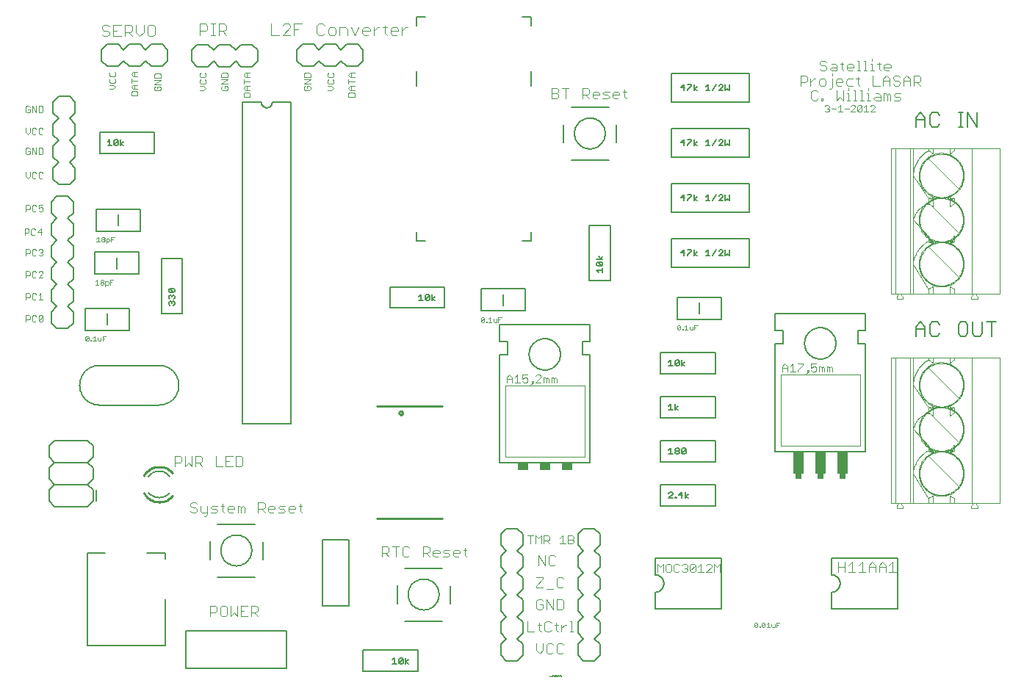
<source format=gto>
G75*
G70*
%OFA0B0*%
%FSLAX24Y24*%
%IPPOS*%
%LPD*%
%AMOC8*
5,1,8,0,0,1.08239X$1,22.5*
%
%ADD10C,0.0040*%
%ADD11C,0.0020*%
%ADD12R,0.0120X0.0010*%
%ADD13R,0.0030X0.0010*%
%ADD14R,0.0080X0.0010*%
%ADD15R,0.0020X0.0010*%
%ADD16R,0.0090X0.0010*%
%ADD17R,0.0100X0.0010*%
%ADD18R,0.0040X0.0010*%
%ADD19R,0.0050X0.0010*%
%ADD20R,0.0060X0.0010*%
%ADD21R,0.0010X0.0010*%
%ADD22C,0.0030*%
%ADD23C,0.0060*%
%ADD24C,0.0080*%
%ADD25C,0.0050*%
%ADD26C,0.0100*%
%ADD27R,0.0500X0.0350*%
%ADD28R,0.0300X0.0250*%
%ADD29R,0.0500X0.1000*%
D10*
X008921Y003621D02*
X008921Y004081D01*
X009151Y004081D01*
X009228Y004004D01*
X009228Y003851D01*
X009151Y003774D01*
X008921Y003774D01*
X009381Y003697D02*
X009458Y003621D01*
X009611Y003621D01*
X009688Y003697D01*
X009688Y004004D01*
X009611Y004081D01*
X009458Y004081D01*
X009381Y004004D01*
X009381Y003697D01*
X009841Y003621D02*
X009995Y003774D01*
X010148Y003621D01*
X010148Y004081D01*
X010302Y004081D02*
X010302Y003621D01*
X010609Y003621D01*
X010762Y003621D02*
X010762Y004081D01*
X010992Y004081D01*
X011069Y004004D01*
X011069Y003851D01*
X010992Y003774D01*
X010762Y003774D01*
X010916Y003774D02*
X011069Y003621D01*
X010455Y003851D02*
X010302Y003851D01*
X010302Y004081D02*
X010609Y004081D01*
X009841Y004081D02*
X009841Y003621D01*
X008711Y008167D02*
X008635Y008167D01*
X008711Y008167D02*
X008788Y008244D01*
X008788Y008628D01*
X008941Y008551D02*
X009018Y008628D01*
X009248Y008628D01*
X009402Y008628D02*
X009555Y008628D01*
X009479Y008704D02*
X009479Y008397D01*
X009555Y008321D01*
X009709Y008397D02*
X009709Y008551D01*
X009785Y008628D01*
X009939Y008628D01*
X010016Y008551D01*
X010016Y008474D01*
X009709Y008474D01*
X009709Y008397D02*
X009785Y008321D01*
X009939Y008321D01*
X010169Y008321D02*
X010169Y008628D01*
X010246Y008628D01*
X010323Y008551D01*
X010399Y008628D01*
X010476Y008551D01*
X010476Y008321D01*
X010323Y008321D02*
X010323Y008551D01*
X011090Y008474D02*
X011320Y008474D01*
X011397Y008551D01*
X011397Y008704D01*
X011320Y008781D01*
X011090Y008781D01*
X011090Y008321D01*
X011243Y008474D02*
X011397Y008321D01*
X011550Y008397D02*
X011550Y008551D01*
X011627Y008628D01*
X011780Y008628D01*
X011857Y008551D01*
X011857Y008474D01*
X011550Y008474D01*
X011550Y008397D02*
X011627Y008321D01*
X011780Y008321D01*
X012011Y008321D02*
X012241Y008321D01*
X012317Y008397D01*
X012241Y008474D01*
X012087Y008474D01*
X012011Y008551D01*
X012087Y008628D01*
X012317Y008628D01*
X012471Y008551D02*
X012548Y008628D01*
X012701Y008628D01*
X012778Y008551D01*
X012778Y008474D01*
X012471Y008474D01*
X012471Y008397D02*
X012471Y008551D01*
X012471Y008397D02*
X012548Y008321D01*
X012701Y008321D01*
X013008Y008397D02*
X013085Y008321D01*
X013008Y008397D02*
X013008Y008704D01*
X012931Y008628D02*
X013085Y008628D01*
X010390Y010497D02*
X010390Y010804D01*
X010313Y010881D01*
X010083Y010881D01*
X010083Y010421D01*
X010313Y010421D01*
X010390Y010497D01*
X009929Y010421D02*
X009623Y010421D01*
X009623Y010881D01*
X009929Y010881D01*
X009776Y010651D02*
X009623Y010651D01*
X009469Y010421D02*
X009162Y010421D01*
X009162Y010881D01*
X008548Y010804D02*
X008548Y010651D01*
X008472Y010574D01*
X008241Y010574D01*
X008241Y010421D02*
X008241Y010881D01*
X008472Y010881D01*
X008548Y010804D01*
X008395Y010574D02*
X008548Y010421D01*
X008088Y010421D02*
X007935Y010574D01*
X007781Y010421D01*
X007781Y010881D01*
X007628Y010804D02*
X007551Y010881D01*
X007321Y010881D01*
X007321Y010421D01*
X007321Y010574D02*
X007551Y010574D01*
X007628Y010651D01*
X007628Y010804D01*
X008088Y010881D02*
X008088Y010421D01*
X008097Y008781D02*
X008021Y008704D01*
X008021Y008628D01*
X008097Y008551D01*
X008251Y008551D01*
X008328Y008474D01*
X008328Y008397D01*
X008251Y008321D01*
X008097Y008321D01*
X008021Y008397D01*
X008097Y008781D02*
X008251Y008781D01*
X008328Y008704D01*
X008481Y008628D02*
X008481Y008397D01*
X008558Y008321D01*
X008788Y008321D01*
X008941Y008321D02*
X009172Y008321D01*
X009248Y008397D01*
X009172Y008474D01*
X009018Y008474D01*
X008941Y008551D01*
X016721Y006781D02*
X016721Y006321D01*
X016721Y006474D02*
X016951Y006474D01*
X017028Y006551D01*
X017028Y006704D01*
X016951Y006781D01*
X016721Y006781D01*
X016874Y006474D02*
X017028Y006321D01*
X017335Y006321D02*
X017335Y006781D01*
X017488Y006781D02*
X017181Y006781D01*
X017641Y006704D02*
X017641Y006397D01*
X017718Y006321D01*
X017872Y006321D01*
X017948Y006397D01*
X017948Y006704D02*
X017872Y006781D01*
X017718Y006781D01*
X017641Y006704D01*
X018562Y006781D02*
X018562Y006321D01*
X018562Y006474D02*
X018792Y006474D01*
X018869Y006551D01*
X018869Y006704D01*
X018792Y006781D01*
X018562Y006781D01*
X018716Y006474D02*
X018869Y006321D01*
X019023Y006397D02*
X019023Y006551D01*
X019099Y006628D01*
X019253Y006628D01*
X019329Y006551D01*
X019329Y006474D01*
X019023Y006474D01*
X019023Y006397D02*
X019099Y006321D01*
X019253Y006321D01*
X019483Y006321D02*
X019713Y006321D01*
X019790Y006397D01*
X019713Y006474D01*
X019560Y006474D01*
X019483Y006551D01*
X019560Y006628D01*
X019790Y006628D01*
X019943Y006551D02*
X019943Y006397D01*
X020020Y006321D01*
X020173Y006321D01*
X020250Y006474D02*
X019943Y006474D01*
X019943Y006551D02*
X020020Y006628D01*
X020173Y006628D01*
X020250Y006551D01*
X020250Y006474D01*
X020404Y006628D02*
X020557Y006628D01*
X020480Y006704D02*
X020480Y006397D01*
X020557Y006321D01*
X023821Y006381D02*
X023821Y005921D01*
X024128Y005921D02*
X023821Y006381D01*
X024128Y006381D02*
X024128Y005921D01*
X024281Y005997D02*
X024358Y005921D01*
X024511Y005921D01*
X024588Y005997D01*
X024281Y005997D02*
X024281Y006304D01*
X024358Y006381D01*
X024511Y006381D01*
X024588Y006304D01*
X024718Y005381D02*
X024641Y005304D01*
X024641Y004997D01*
X024718Y004921D01*
X024872Y004921D01*
X024948Y004997D01*
X024948Y005304D02*
X024872Y005381D01*
X024718Y005381D01*
X024028Y005381D02*
X024028Y005304D01*
X023721Y004997D01*
X023721Y004921D01*
X024028Y004921D01*
X024181Y004844D02*
X024488Y004844D01*
X024488Y004381D02*
X024488Y003921D01*
X024181Y004381D01*
X024181Y003921D01*
X024028Y003997D02*
X024028Y004151D01*
X023874Y004151D01*
X023721Y004304D02*
X023721Y003997D01*
X023797Y003921D01*
X023951Y003921D01*
X024028Y003997D01*
X024028Y004304D02*
X023951Y004381D01*
X023797Y004381D01*
X023721Y004304D01*
X024641Y004381D02*
X024641Y003921D01*
X024872Y003921D01*
X024948Y003997D01*
X024948Y004304D01*
X024872Y004381D01*
X024641Y004381D01*
X024028Y005381D02*
X023721Y005381D01*
X023321Y003381D02*
X023321Y002921D01*
X023628Y002921D01*
X023858Y002997D02*
X023935Y002921D01*
X023858Y002997D02*
X023858Y003304D01*
X023781Y003228D02*
X023935Y003228D01*
X024088Y003304D02*
X024088Y002997D01*
X024165Y002921D01*
X024318Y002921D01*
X024395Y002997D01*
X024625Y002997D02*
X024625Y003304D01*
X024548Y003228D02*
X024702Y003228D01*
X024855Y003228D02*
X024855Y002921D01*
X024702Y002921D02*
X024625Y002997D01*
X024855Y003074D02*
X025009Y003228D01*
X025085Y003228D01*
X025239Y003381D02*
X025316Y003381D01*
X025316Y002921D01*
X025392Y002921D02*
X025239Y002921D01*
X024872Y002381D02*
X024718Y002381D01*
X024641Y002304D01*
X024641Y001997D01*
X024718Y001921D01*
X024872Y001921D01*
X024948Y001997D01*
X024948Y002304D02*
X024872Y002381D01*
X024488Y002304D02*
X024411Y002381D01*
X024258Y002381D01*
X024181Y002304D01*
X024181Y001997D01*
X024258Y001921D01*
X024411Y001921D01*
X024488Y001997D01*
X024028Y002074D02*
X024028Y002381D01*
X024028Y002074D02*
X023874Y001921D01*
X023721Y002074D01*
X023721Y002381D01*
X024088Y003304D02*
X024165Y003381D01*
X024318Y003381D01*
X024395Y003304D01*
X037421Y005621D02*
X037421Y006081D01*
X037421Y005851D02*
X037728Y005851D01*
X037881Y005928D02*
X038035Y006081D01*
X038035Y005621D01*
X038188Y005621D02*
X037881Y005621D01*
X037728Y005621D02*
X037728Y006081D01*
X038341Y005928D02*
X038495Y006081D01*
X038495Y005621D01*
X038648Y005621D02*
X038341Y005621D01*
X038802Y005621D02*
X038802Y005928D01*
X038955Y006081D01*
X039109Y005928D01*
X039109Y005621D01*
X039262Y005621D02*
X039262Y005928D01*
X039416Y006081D01*
X039569Y005928D01*
X039569Y005621D01*
X039723Y005621D02*
X040029Y005621D01*
X039876Y005621D02*
X039876Y006081D01*
X039723Y005928D01*
X039569Y005851D02*
X039262Y005851D01*
X039109Y005851D02*
X038802Y005851D01*
X041567Y011097D02*
X041525Y011123D01*
X041525Y011122D02*
X041517Y011127D01*
X041509Y011132D01*
X041502Y011136D02*
X041502Y011366D01*
X040813Y012107D01*
X040813Y014115D01*
X041502Y013079D01*
X041502Y012849D01*
X041509Y012845D02*
X041517Y012840D01*
X041525Y012835D01*
X041567Y012809D02*
X041608Y012783D01*
X041648Y012756D01*
X041699Y012722D02*
X041699Y013107D01*
X041648Y013073D02*
X041608Y013046D01*
X041567Y013118D01*
X041525Y013093D02*
X041517Y013088D01*
X041509Y013083D01*
X041501Y012894D02*
X041501Y012894D01*
X042879Y011516D01*
X042683Y011366D02*
X042683Y011136D01*
X042676Y011132D02*
X042669Y011127D01*
X042661Y011122D01*
X042619Y011110D02*
X042578Y011137D01*
X042537Y011065D01*
X042578Y011070D02*
X042537Y011142D01*
X042487Y011108D02*
X042487Y011099D01*
X042578Y011070D02*
X042619Y011097D01*
X042676Y011370D02*
X042669Y011375D01*
X042661Y011380D01*
X042685Y011321D02*
X042728Y011355D01*
X042769Y011392D01*
X042808Y011431D01*
X042845Y011472D01*
X042879Y011516D01*
X041069Y012107D02*
X041071Y012171D01*
X041077Y012234D01*
X041087Y012297D01*
X041101Y012359D01*
X041118Y012420D01*
X041140Y012480D01*
X041165Y012539D01*
X041193Y012596D01*
X041225Y012651D01*
X041261Y012704D01*
X041300Y012754D01*
X041341Y012802D01*
X041386Y012848D01*
X041433Y012890D01*
X041483Y012930D01*
X041536Y012966D01*
X041590Y012999D01*
X041647Y013029D01*
X041705Y013055D01*
X041764Y013077D01*
X041825Y013095D01*
X041887Y013110D01*
X041950Y013121D01*
X042013Y013128D01*
X042077Y013131D01*
X042141Y013130D01*
X042204Y013125D01*
X042267Y013116D01*
X042330Y013103D01*
X042391Y013087D01*
X042452Y013066D01*
X042510Y013042D01*
X042568Y013014D01*
X042623Y012983D01*
X042677Y012948D01*
X042728Y012910D01*
X042777Y012869D01*
X042823Y012825D01*
X042866Y012779D01*
X042906Y012729D01*
X042943Y012678D01*
X042977Y012624D01*
X043008Y012568D01*
X043034Y012510D01*
X043058Y012451D01*
X043077Y012390D01*
X043093Y012328D01*
X043105Y012266D01*
X043113Y012202D01*
X043117Y012139D01*
X043117Y012075D01*
X043113Y012012D01*
X043105Y011948D01*
X043093Y011886D01*
X043077Y011824D01*
X043058Y011763D01*
X043034Y011704D01*
X043008Y011646D01*
X042977Y011590D01*
X042943Y011536D01*
X042906Y011485D01*
X042866Y011435D01*
X042823Y011389D01*
X042777Y011345D01*
X042728Y011304D01*
X042677Y011266D01*
X042623Y011231D01*
X042568Y011200D01*
X042510Y011172D01*
X042452Y011148D01*
X042391Y011127D01*
X042330Y011111D01*
X042267Y011098D01*
X042204Y011089D01*
X042141Y011084D01*
X042077Y011083D01*
X042013Y011086D01*
X041950Y011093D01*
X041887Y011104D01*
X041825Y011119D01*
X041764Y011137D01*
X041705Y011159D01*
X041647Y011185D01*
X041590Y011215D01*
X041536Y011248D01*
X041483Y011284D01*
X041433Y011324D01*
X041386Y011366D01*
X041341Y011412D01*
X041300Y011460D01*
X041261Y011510D01*
X041225Y011563D01*
X041193Y011618D01*
X041165Y011675D01*
X041140Y011734D01*
X041118Y011794D01*
X041101Y011855D01*
X041087Y011917D01*
X041077Y011980D01*
X041071Y012043D01*
X041069Y012107D01*
X040813Y012107D02*
X040813Y010100D01*
X041502Y008965D01*
X041502Y008751D01*
X041699Y008751D01*
X041699Y009091D01*
X041648Y009057D02*
X041608Y009031D01*
X041567Y009004D01*
X041525Y008978D02*
X041517Y008974D01*
X041509Y008969D01*
X041502Y008751D02*
X040813Y008751D01*
X040813Y010100D01*
X040814Y010099D02*
X040819Y010168D01*
X040828Y010236D01*
X040840Y010304D01*
X040857Y010371D01*
X040877Y010436D01*
X040901Y010501D01*
X040929Y010564D01*
X040960Y010625D01*
X040995Y010685D01*
X041033Y010742D01*
X041074Y010797D01*
X041119Y010850D01*
X041166Y010900D01*
X041216Y010947D01*
X041269Y010991D01*
X041324Y011032D01*
X041382Y011070D01*
X041441Y011104D01*
X041503Y011135D01*
X041567Y011110D02*
X041608Y011137D01*
X041648Y011065D01*
X041608Y011070D02*
X041567Y011097D01*
X041608Y011070D02*
X041648Y011142D01*
X041699Y011108D02*
X041699Y011099D01*
X041501Y010886D02*
X042879Y009508D01*
X042685Y009313D02*
X042685Y009313D01*
X042537Y009057D02*
X042578Y009031D01*
X042619Y009004D01*
X042661Y008978D02*
X042669Y008974D01*
X042676Y008969D01*
X042683Y008965D02*
X042683Y008751D01*
X043482Y008751D01*
X043482Y015365D01*
X044731Y015365D01*
X044731Y008751D01*
X043670Y008751D01*
X043507Y008751D01*
X043482Y008751D01*
X043507Y008751D02*
X043507Y008701D01*
X043448Y008630D01*
X043448Y008527D01*
X043730Y008527D01*
X043730Y008630D01*
X043670Y008701D01*
X043670Y008751D01*
X042683Y008751D02*
X042487Y008751D01*
X041699Y008751D01*
X042487Y008751D02*
X042487Y009091D01*
X042685Y009314D02*
X042728Y009348D01*
X042769Y009385D01*
X042808Y009424D01*
X042845Y009465D01*
X042879Y009508D01*
X041069Y010100D02*
X041071Y010164D01*
X041077Y010227D01*
X041087Y010290D01*
X041101Y010352D01*
X041118Y010413D01*
X041140Y010473D01*
X041165Y010532D01*
X041193Y010589D01*
X041225Y010644D01*
X041261Y010697D01*
X041300Y010747D01*
X041341Y010795D01*
X041386Y010841D01*
X041433Y010883D01*
X041483Y010923D01*
X041536Y010959D01*
X041590Y010992D01*
X041647Y011022D01*
X041705Y011048D01*
X041764Y011070D01*
X041825Y011088D01*
X041887Y011103D01*
X041950Y011114D01*
X042013Y011121D01*
X042077Y011124D01*
X042141Y011123D01*
X042204Y011118D01*
X042267Y011109D01*
X042330Y011096D01*
X042391Y011080D01*
X042452Y011059D01*
X042510Y011035D01*
X042568Y011007D01*
X042623Y010976D01*
X042677Y010941D01*
X042728Y010903D01*
X042777Y010862D01*
X042823Y010818D01*
X042866Y010772D01*
X042906Y010722D01*
X042943Y010671D01*
X042977Y010617D01*
X043008Y010561D01*
X043034Y010503D01*
X043058Y010444D01*
X043077Y010383D01*
X043093Y010321D01*
X043105Y010259D01*
X043113Y010195D01*
X043117Y010132D01*
X043117Y010068D01*
X043113Y010005D01*
X043105Y009941D01*
X043093Y009879D01*
X043077Y009817D01*
X043058Y009756D01*
X043034Y009697D01*
X043008Y009639D01*
X042977Y009583D01*
X042943Y009529D01*
X042906Y009478D01*
X042866Y009428D01*
X042823Y009382D01*
X042777Y009338D01*
X042728Y009297D01*
X042677Y009259D01*
X042623Y009224D01*
X042568Y009193D01*
X042510Y009165D01*
X042452Y009141D01*
X042391Y009120D01*
X042330Y009104D01*
X042267Y009091D01*
X042204Y009082D01*
X042141Y009077D01*
X042077Y009076D01*
X042013Y009079D01*
X041950Y009086D01*
X041887Y009097D01*
X041825Y009112D01*
X041764Y009130D01*
X041705Y009152D01*
X041647Y009178D01*
X041590Y009208D01*
X041536Y009241D01*
X041483Y009277D01*
X041433Y009317D01*
X041386Y009359D01*
X041341Y009405D01*
X041300Y009453D01*
X041261Y009503D01*
X041225Y009556D01*
X041193Y009611D01*
X041165Y009668D01*
X041140Y009727D01*
X041118Y009787D01*
X041101Y009848D01*
X041087Y009910D01*
X041077Y009973D01*
X041071Y010036D01*
X041069Y010100D01*
X041501Y010886D02*
X041552Y010922D01*
X041604Y010954D01*
X041658Y010982D01*
X041713Y011008D01*
X041770Y011030D01*
X041829Y011048D01*
X041888Y011062D01*
X041948Y011073D01*
X042009Y011080D01*
X042070Y011084D01*
X042132Y011083D01*
X042193Y011079D01*
X042253Y011071D01*
X042313Y011059D01*
X042372Y011044D01*
X042430Y011024D01*
X042487Y011002D01*
X042543Y010975D01*
X042596Y010946D01*
X042648Y010913D01*
X042697Y010877D01*
X042744Y010838D01*
X042789Y010796D01*
X042831Y010751D01*
X042870Y010704D01*
X042906Y010655D01*
X042939Y010603D01*
X042968Y010550D01*
X042995Y010494D01*
X043017Y010437D01*
X043037Y010379D01*
X043052Y010320D01*
X043064Y010260D01*
X043072Y010200D01*
X043076Y010139D01*
X043077Y010077D01*
X043073Y010016D01*
X043066Y009955D01*
X043055Y009895D01*
X043041Y009836D01*
X043023Y009777D01*
X043001Y009720D01*
X042975Y009665D01*
X042947Y009611D01*
X042915Y009559D01*
X042879Y009508D01*
X042685Y009314D02*
X042635Y009278D01*
X042582Y009246D01*
X042528Y009218D01*
X042473Y009192D01*
X042416Y009170D01*
X042357Y009152D01*
X042298Y009138D01*
X042238Y009127D01*
X042177Y009120D01*
X042116Y009116D01*
X042054Y009117D01*
X041993Y009121D01*
X041933Y009129D01*
X041873Y009141D01*
X041814Y009156D01*
X041756Y009176D01*
X041699Y009198D01*
X041643Y009225D01*
X041590Y009254D01*
X041538Y009287D01*
X041489Y009323D01*
X041442Y009362D01*
X041397Y009404D01*
X041355Y009449D01*
X041316Y009496D01*
X041280Y009545D01*
X041247Y009597D01*
X041218Y009650D01*
X041191Y009706D01*
X041169Y009763D01*
X041149Y009821D01*
X041134Y009880D01*
X041122Y009940D01*
X041114Y010000D01*
X041110Y010061D01*
X041109Y010123D01*
X041113Y010184D01*
X041120Y010245D01*
X041131Y010305D01*
X041145Y010364D01*
X041163Y010423D01*
X041185Y010480D01*
X041211Y010535D01*
X041239Y010589D01*
X041271Y010642D01*
X041307Y010692D01*
X041509Y011370D02*
X041517Y011375D01*
X041525Y011380D01*
X040814Y012108D02*
X040828Y012165D01*
X040845Y012222D01*
X040865Y012277D01*
X040889Y012331D01*
X040916Y012384D01*
X040947Y012435D01*
X040980Y012483D01*
X041016Y012530D01*
X041055Y012575D01*
X041096Y012617D01*
X041140Y012656D01*
X041187Y012693D01*
X041235Y012727D01*
X041285Y012758D01*
X041338Y012785D01*
X041391Y012810D01*
X041447Y012831D01*
X041503Y012849D01*
X042487Y012722D02*
X042487Y013107D01*
X042537Y013073D02*
X042578Y013046D01*
X042619Y013118D01*
X042661Y013093D02*
X042669Y013088D01*
X042676Y013083D01*
X042683Y013079D02*
X042683Y012849D01*
X042676Y012845D02*
X042669Y012840D01*
X042661Y012835D01*
X042619Y012809D02*
X042578Y012783D01*
X042537Y012756D01*
X042879Y013524D02*
X041501Y014902D01*
X041501Y014902D01*
X041648Y015158D02*
X041608Y015184D01*
X041567Y015211D01*
X041525Y015237D02*
X041517Y015241D01*
X041509Y015246D01*
X041502Y015250D02*
X041502Y015365D01*
X040813Y015365D01*
X040813Y014115D01*
X040815Y014185D01*
X040821Y014254D01*
X040830Y014324D01*
X040843Y014392D01*
X040860Y014460D01*
X040881Y014527D01*
X040905Y014592D01*
X040933Y014656D01*
X040964Y014719D01*
X040999Y014779D01*
X041037Y014838D01*
X041078Y014894D01*
X041122Y014949D01*
X041169Y015000D01*
X041218Y015049D01*
X041270Y015096D01*
X041325Y015139D01*
X041382Y015179D01*
X041441Y015217D01*
X041502Y015251D01*
X041502Y015365D02*
X041699Y015365D01*
X041699Y015124D01*
X041699Y015365D02*
X042487Y015365D01*
X042683Y015365D01*
X042683Y015250D01*
X042676Y015246D02*
X042669Y015241D01*
X042661Y015237D01*
X042619Y015211D02*
X042578Y015184D01*
X042537Y015158D01*
X042487Y015124D02*
X042487Y015365D01*
X042683Y015365D02*
X043482Y015365D01*
X042487Y011099D02*
X042538Y011065D01*
X041501Y010886D02*
X041458Y010852D01*
X041417Y010815D01*
X041378Y010776D01*
X041341Y010735D01*
X041307Y010691D01*
X042685Y011321D02*
X042635Y011285D01*
X042582Y011253D01*
X042528Y011225D01*
X042473Y011199D01*
X042416Y011177D01*
X042357Y011159D01*
X042298Y011145D01*
X042238Y011134D01*
X042177Y011127D01*
X042116Y011123D01*
X042055Y011124D01*
X041994Y011128D01*
X041933Y011136D01*
X041873Y011148D01*
X041814Y011163D01*
X041756Y011183D01*
X041699Y011205D01*
X041643Y011232D01*
X041590Y011261D01*
X041538Y011294D01*
X041489Y011330D01*
X041442Y011369D01*
X041397Y011411D01*
X041355Y011456D01*
X041316Y011503D01*
X041280Y011552D01*
X041247Y011604D01*
X041218Y011657D01*
X041191Y011713D01*
X041169Y011770D01*
X041149Y011828D01*
X041134Y011887D01*
X041122Y011947D01*
X041114Y012008D01*
X041110Y012069D01*
X041109Y012130D01*
X041113Y012191D01*
X041120Y012252D01*
X041131Y012312D01*
X041145Y012371D01*
X041163Y012430D01*
X041185Y012487D01*
X041211Y012542D01*
X041239Y012596D01*
X041271Y012649D01*
X041307Y012699D01*
X041307Y012700D02*
X041341Y012743D01*
X041378Y012784D01*
X041417Y012823D01*
X041458Y012860D01*
X041501Y012894D01*
X041501Y012893D02*
X041551Y012929D01*
X041604Y012961D01*
X041658Y012989D01*
X041713Y013015D01*
X041770Y013037D01*
X041829Y013055D01*
X041888Y013069D01*
X041948Y013080D01*
X042009Y013087D01*
X042070Y013091D01*
X042132Y013090D01*
X042193Y013086D01*
X042253Y013078D01*
X042313Y013066D01*
X042372Y013051D01*
X042430Y013031D01*
X042487Y013009D01*
X042543Y012982D01*
X042596Y012953D01*
X042648Y012920D01*
X042697Y012884D01*
X042744Y012845D01*
X042789Y012803D01*
X042831Y012758D01*
X042870Y012711D01*
X042906Y012662D01*
X042939Y012610D01*
X042968Y012557D01*
X042995Y012501D01*
X043017Y012444D01*
X043037Y012386D01*
X043052Y012327D01*
X043064Y012267D01*
X043072Y012207D01*
X043076Y012146D01*
X043077Y012084D01*
X043073Y012023D01*
X043066Y011962D01*
X043055Y011902D01*
X043041Y011843D01*
X043023Y011784D01*
X043001Y011727D01*
X042975Y011672D01*
X042947Y011618D01*
X042915Y011565D01*
X042879Y011515D01*
X042487Y015124D02*
X042538Y015158D01*
X041501Y014901D02*
X041458Y014867D01*
X041417Y014830D01*
X041378Y014791D01*
X041341Y014750D01*
X041307Y014707D01*
X040813Y015365D02*
X040694Y015365D01*
X040006Y015365D01*
X039809Y015365D01*
X039809Y008751D01*
X040006Y008751D01*
X040122Y008751D01*
X040285Y008751D01*
X040694Y008751D01*
X040813Y008751D01*
X040694Y008751D02*
X040694Y015365D01*
X040006Y015365D02*
X040006Y008751D01*
X040122Y008751D02*
X040122Y008701D01*
X040063Y008630D01*
X040063Y008527D01*
X040344Y008527D01*
X040344Y008630D01*
X040285Y008701D01*
X040285Y008751D01*
X041699Y012722D02*
X041648Y012756D01*
X042685Y013329D02*
X042728Y013363D01*
X042769Y013400D01*
X042808Y013439D01*
X042845Y013480D01*
X042879Y013524D01*
X041069Y014115D02*
X041071Y014179D01*
X041077Y014242D01*
X041087Y014305D01*
X041101Y014367D01*
X041118Y014428D01*
X041140Y014488D01*
X041165Y014547D01*
X041193Y014604D01*
X041225Y014659D01*
X041261Y014712D01*
X041300Y014762D01*
X041341Y014810D01*
X041386Y014856D01*
X041433Y014898D01*
X041483Y014938D01*
X041536Y014974D01*
X041590Y015007D01*
X041647Y015037D01*
X041705Y015063D01*
X041764Y015085D01*
X041825Y015103D01*
X041887Y015118D01*
X041950Y015129D01*
X042013Y015136D01*
X042077Y015139D01*
X042141Y015138D01*
X042204Y015133D01*
X042267Y015124D01*
X042330Y015111D01*
X042391Y015095D01*
X042452Y015074D01*
X042510Y015050D01*
X042568Y015022D01*
X042623Y014991D01*
X042677Y014956D01*
X042728Y014918D01*
X042777Y014877D01*
X042823Y014833D01*
X042866Y014787D01*
X042906Y014737D01*
X042943Y014686D01*
X042977Y014632D01*
X043008Y014576D01*
X043034Y014518D01*
X043058Y014459D01*
X043077Y014398D01*
X043093Y014336D01*
X043105Y014274D01*
X043113Y014210D01*
X043117Y014147D01*
X043117Y014083D01*
X043113Y014020D01*
X043105Y013956D01*
X043093Y013894D01*
X043077Y013832D01*
X043058Y013771D01*
X043034Y013712D01*
X043008Y013654D01*
X042977Y013598D01*
X042943Y013544D01*
X042906Y013493D01*
X042866Y013443D01*
X042823Y013397D01*
X042777Y013353D01*
X042728Y013312D01*
X042677Y013274D01*
X042623Y013239D01*
X042568Y013208D01*
X042510Y013180D01*
X042452Y013156D01*
X042391Y013135D01*
X042330Y013119D01*
X042267Y013106D01*
X042204Y013097D01*
X042141Y013092D01*
X042077Y013091D01*
X042013Y013094D01*
X041950Y013101D01*
X041887Y013112D01*
X041825Y013127D01*
X041764Y013145D01*
X041705Y013167D01*
X041647Y013193D01*
X041590Y013223D01*
X041536Y013256D01*
X041483Y013292D01*
X041433Y013332D01*
X041386Y013374D01*
X041341Y013420D01*
X041300Y013468D01*
X041261Y013518D01*
X041225Y013571D01*
X041193Y013626D01*
X041165Y013683D01*
X041140Y013742D01*
X041118Y013802D01*
X041101Y013863D01*
X041087Y013925D01*
X041077Y013988D01*
X041071Y014051D01*
X041069Y014115D01*
X041307Y014707D02*
X041271Y014657D01*
X041239Y014604D01*
X041211Y014550D01*
X041185Y014495D01*
X041163Y014438D01*
X041145Y014379D01*
X041131Y014320D01*
X041120Y014260D01*
X041113Y014199D01*
X041109Y014138D01*
X041110Y014077D01*
X041114Y014016D01*
X041122Y013955D01*
X041134Y013895D01*
X041149Y013836D01*
X041169Y013778D01*
X041191Y013721D01*
X041218Y013665D01*
X041247Y013612D01*
X041280Y013560D01*
X041316Y013511D01*
X041355Y013464D01*
X041397Y013419D01*
X041442Y013377D01*
X041489Y013338D01*
X041538Y013302D01*
X041590Y013269D01*
X041643Y013240D01*
X041699Y013213D01*
X041756Y013191D01*
X041814Y013171D01*
X041873Y013156D01*
X041933Y013144D01*
X041994Y013136D01*
X042055Y013132D01*
X042116Y013131D01*
X042177Y013135D01*
X042238Y013142D01*
X042298Y013153D01*
X042357Y013167D01*
X042416Y013185D01*
X042473Y013207D01*
X042528Y013233D01*
X042582Y013261D01*
X042635Y013293D01*
X042685Y013329D01*
X042879Y013523D02*
X042915Y013573D01*
X042947Y013626D01*
X042975Y013680D01*
X043001Y013735D01*
X043023Y013792D01*
X043041Y013851D01*
X043055Y013910D01*
X043066Y013970D01*
X043073Y014031D01*
X043077Y014092D01*
X043076Y014154D01*
X043072Y014215D01*
X043064Y014275D01*
X043052Y014335D01*
X043037Y014394D01*
X043017Y014452D01*
X042995Y014509D01*
X042968Y014565D01*
X042939Y014618D01*
X042906Y014670D01*
X042870Y014719D01*
X042831Y014766D01*
X042789Y014811D01*
X042744Y014853D01*
X042697Y014892D01*
X042648Y014928D01*
X042596Y014961D01*
X042543Y014990D01*
X042487Y015017D01*
X042430Y015039D01*
X042372Y015059D01*
X042313Y015074D01*
X042253Y015086D01*
X042193Y015094D01*
X042132Y015098D01*
X042070Y015099D01*
X042009Y015095D01*
X041948Y015088D01*
X041888Y015077D01*
X041829Y015063D01*
X041770Y015045D01*
X041713Y015023D01*
X041658Y014997D01*
X041604Y014969D01*
X041551Y014937D01*
X041501Y014901D01*
X041699Y011099D02*
X041648Y011065D01*
X041699Y015124D02*
X041648Y015158D01*
X041699Y013107D02*
X041648Y013073D01*
X041699Y009091D02*
X041648Y009057D01*
X041699Y011108D02*
X041648Y011142D01*
X041567Y015211D02*
X041525Y015237D01*
X041567Y020597D02*
X041525Y020623D01*
X041525Y020622D02*
X041517Y020627D01*
X041509Y020632D01*
X041502Y020636D02*
X041502Y020866D01*
X040813Y021607D01*
X040813Y023615D01*
X041502Y022579D01*
X041502Y022349D01*
X041509Y022345D02*
X041517Y022340D01*
X041525Y022335D01*
X041567Y022309D02*
X041608Y022283D01*
X041648Y022256D01*
X041699Y022222D02*
X041699Y022607D01*
X041648Y022573D02*
X041608Y022546D01*
X041567Y022618D01*
X041525Y022593D02*
X041517Y022588D01*
X041509Y022583D01*
X041501Y022394D02*
X041501Y022394D01*
X042879Y021016D01*
X042683Y020866D02*
X042683Y020636D01*
X042676Y020632D02*
X042669Y020627D01*
X042661Y020622D01*
X042619Y020610D02*
X042578Y020637D01*
X042537Y020565D01*
X042578Y020570D02*
X042537Y020642D01*
X042487Y020608D02*
X042487Y020599D01*
X042578Y020570D02*
X042619Y020597D01*
X042676Y020870D02*
X042669Y020875D01*
X042661Y020880D01*
X042685Y020821D02*
X042728Y020855D01*
X042769Y020892D01*
X042808Y020931D01*
X042845Y020972D01*
X042879Y021016D01*
X041069Y021607D02*
X041071Y021671D01*
X041077Y021734D01*
X041087Y021797D01*
X041101Y021859D01*
X041118Y021920D01*
X041140Y021980D01*
X041165Y022039D01*
X041193Y022096D01*
X041225Y022151D01*
X041261Y022204D01*
X041300Y022254D01*
X041341Y022302D01*
X041386Y022348D01*
X041433Y022390D01*
X041483Y022430D01*
X041536Y022466D01*
X041590Y022499D01*
X041647Y022529D01*
X041705Y022555D01*
X041764Y022577D01*
X041825Y022595D01*
X041887Y022610D01*
X041950Y022621D01*
X042013Y022628D01*
X042077Y022631D01*
X042141Y022630D01*
X042204Y022625D01*
X042267Y022616D01*
X042330Y022603D01*
X042391Y022587D01*
X042452Y022566D01*
X042510Y022542D01*
X042568Y022514D01*
X042623Y022483D01*
X042677Y022448D01*
X042728Y022410D01*
X042777Y022369D01*
X042823Y022325D01*
X042866Y022279D01*
X042906Y022229D01*
X042943Y022178D01*
X042977Y022124D01*
X043008Y022068D01*
X043034Y022010D01*
X043058Y021951D01*
X043077Y021890D01*
X043093Y021828D01*
X043105Y021766D01*
X043113Y021702D01*
X043117Y021639D01*
X043117Y021575D01*
X043113Y021512D01*
X043105Y021448D01*
X043093Y021386D01*
X043077Y021324D01*
X043058Y021263D01*
X043034Y021204D01*
X043008Y021146D01*
X042977Y021090D01*
X042943Y021036D01*
X042906Y020985D01*
X042866Y020935D01*
X042823Y020889D01*
X042777Y020845D01*
X042728Y020804D01*
X042677Y020766D01*
X042623Y020731D01*
X042568Y020700D01*
X042510Y020672D01*
X042452Y020648D01*
X042391Y020627D01*
X042330Y020611D01*
X042267Y020598D01*
X042204Y020589D01*
X042141Y020584D01*
X042077Y020583D01*
X042013Y020586D01*
X041950Y020593D01*
X041887Y020604D01*
X041825Y020619D01*
X041764Y020637D01*
X041705Y020659D01*
X041647Y020685D01*
X041590Y020715D01*
X041536Y020748D01*
X041483Y020784D01*
X041433Y020824D01*
X041386Y020866D01*
X041341Y020912D01*
X041300Y020960D01*
X041261Y021010D01*
X041225Y021063D01*
X041193Y021118D01*
X041165Y021175D01*
X041140Y021234D01*
X041118Y021294D01*
X041101Y021355D01*
X041087Y021417D01*
X041077Y021480D01*
X041071Y021543D01*
X041069Y021607D01*
X040813Y021607D02*
X040813Y019600D01*
X041502Y018465D01*
X041502Y018251D01*
X041699Y018251D01*
X041699Y018591D01*
X041648Y018557D02*
X041608Y018531D01*
X041567Y018504D01*
X041525Y018478D02*
X041517Y018474D01*
X041509Y018469D01*
X041502Y018251D02*
X040813Y018251D01*
X040813Y019600D01*
X041501Y020386D02*
X042879Y019008D01*
X042685Y018813D02*
X042685Y018813D01*
X042537Y018557D02*
X042578Y018531D01*
X042619Y018504D01*
X042661Y018478D02*
X042669Y018474D01*
X042676Y018469D01*
X042683Y018465D02*
X042683Y018251D01*
X043482Y018251D01*
X043482Y024865D01*
X044731Y024865D01*
X044731Y018251D01*
X043670Y018251D01*
X043507Y018251D01*
X043482Y018251D01*
X043507Y018251D02*
X043507Y018201D01*
X043448Y018130D01*
X043448Y018027D01*
X043730Y018027D01*
X043730Y018130D01*
X043670Y018201D01*
X043670Y018251D01*
X042683Y018251D02*
X042487Y018251D01*
X041699Y018251D01*
X042487Y018251D02*
X042487Y018591D01*
X040814Y019599D02*
X040819Y019668D01*
X040828Y019736D01*
X040840Y019804D01*
X040857Y019871D01*
X040877Y019936D01*
X040901Y020001D01*
X040929Y020064D01*
X040960Y020125D01*
X040995Y020185D01*
X041033Y020242D01*
X041074Y020297D01*
X041119Y020350D01*
X041166Y020400D01*
X041216Y020447D01*
X041269Y020491D01*
X041324Y020532D01*
X041382Y020570D01*
X041441Y020604D01*
X041503Y020635D01*
X041567Y020610D02*
X041608Y020637D01*
X041648Y020565D01*
X041608Y020570D02*
X041567Y020597D01*
X041608Y020570D02*
X041648Y020642D01*
X041699Y020608D02*
X041699Y020599D01*
X041517Y020875D02*
X041525Y020880D01*
X041517Y020875D02*
X041509Y020870D01*
X040814Y021608D02*
X040828Y021665D01*
X040845Y021722D01*
X040865Y021777D01*
X040889Y021831D01*
X040916Y021884D01*
X040947Y021935D01*
X040980Y021983D01*
X041016Y022030D01*
X041055Y022075D01*
X041096Y022117D01*
X041140Y022156D01*
X041187Y022193D01*
X041235Y022227D01*
X041285Y022258D01*
X041338Y022285D01*
X041391Y022310D01*
X041447Y022331D01*
X041503Y022349D01*
X041501Y022394D02*
X041458Y022360D01*
X041417Y022323D01*
X041378Y022284D01*
X041341Y022243D01*
X041307Y022200D01*
X041501Y022393D02*
X041551Y022429D01*
X041604Y022461D01*
X041658Y022489D01*
X041713Y022515D01*
X041770Y022537D01*
X041829Y022555D01*
X041888Y022569D01*
X041948Y022580D01*
X042009Y022587D01*
X042070Y022591D01*
X042132Y022590D01*
X042193Y022586D01*
X042253Y022578D01*
X042313Y022566D01*
X042372Y022551D01*
X042430Y022531D01*
X042487Y022509D01*
X042543Y022482D01*
X042596Y022453D01*
X042648Y022420D01*
X042697Y022384D01*
X042744Y022345D01*
X042789Y022303D01*
X042831Y022258D01*
X042870Y022211D01*
X042906Y022162D01*
X042939Y022110D01*
X042968Y022057D01*
X042995Y022001D01*
X043017Y021944D01*
X043037Y021886D01*
X043052Y021827D01*
X043064Y021767D01*
X043072Y021707D01*
X043076Y021646D01*
X043077Y021584D01*
X043073Y021523D01*
X043066Y021462D01*
X043055Y021402D01*
X043041Y021343D01*
X043023Y021284D01*
X043001Y021227D01*
X042975Y021172D01*
X042947Y021118D01*
X042915Y021065D01*
X042879Y021015D01*
X042685Y020821D02*
X042635Y020785D01*
X042582Y020753D01*
X042528Y020725D01*
X042473Y020699D01*
X042416Y020677D01*
X042357Y020659D01*
X042298Y020645D01*
X042238Y020634D01*
X042177Y020627D01*
X042116Y020623D01*
X042055Y020624D01*
X041994Y020628D01*
X041933Y020636D01*
X041873Y020648D01*
X041814Y020663D01*
X041756Y020683D01*
X041699Y020705D01*
X041643Y020732D01*
X041590Y020761D01*
X041538Y020794D01*
X041489Y020830D01*
X041442Y020869D01*
X041397Y020911D01*
X041355Y020956D01*
X041316Y021003D01*
X041280Y021052D01*
X041247Y021104D01*
X041218Y021157D01*
X041191Y021213D01*
X041169Y021270D01*
X041149Y021328D01*
X041134Y021387D01*
X041122Y021447D01*
X041114Y021508D01*
X041110Y021569D01*
X041109Y021630D01*
X041113Y021691D01*
X041120Y021752D01*
X041131Y021812D01*
X041145Y021871D01*
X041163Y021930D01*
X041185Y021987D01*
X041211Y022042D01*
X041239Y022096D01*
X041271Y022149D01*
X041307Y022199D01*
X042487Y022222D02*
X042487Y022607D01*
X042537Y022573D02*
X042578Y022546D01*
X042619Y022618D01*
X042661Y022593D02*
X042669Y022588D01*
X042676Y022583D01*
X042683Y022579D02*
X042683Y022349D01*
X042676Y022345D02*
X042669Y022340D01*
X042661Y022335D01*
X042619Y022309D02*
X042578Y022283D01*
X042537Y022256D01*
X042879Y023024D02*
X041501Y024402D01*
X041501Y024402D01*
X041648Y024658D02*
X041608Y024684D01*
X041567Y024711D01*
X041525Y024737D02*
X041517Y024741D01*
X041509Y024746D01*
X041502Y024750D02*
X041502Y024865D01*
X040813Y024865D01*
X040813Y023615D01*
X040815Y023685D01*
X040821Y023754D01*
X040830Y023824D01*
X040843Y023892D01*
X040860Y023960D01*
X040881Y024027D01*
X040905Y024092D01*
X040933Y024156D01*
X040964Y024219D01*
X040999Y024279D01*
X041037Y024338D01*
X041078Y024394D01*
X041122Y024449D01*
X041169Y024500D01*
X041218Y024549D01*
X041270Y024596D01*
X041325Y024639D01*
X041382Y024679D01*
X041441Y024717D01*
X041502Y024751D01*
X041502Y024865D02*
X041699Y024865D01*
X041699Y024624D01*
X041699Y024865D02*
X042487Y024865D01*
X042683Y024865D01*
X042683Y024750D01*
X042676Y024746D02*
X042669Y024741D01*
X042661Y024737D01*
X042619Y024711D02*
X042578Y024684D01*
X042537Y024658D01*
X042487Y024624D02*
X042487Y024865D01*
X042683Y024865D02*
X043482Y024865D01*
X042487Y022607D02*
X042538Y022573D01*
X042685Y022829D02*
X042728Y022863D01*
X042769Y022900D01*
X042808Y022939D01*
X042845Y022980D01*
X042879Y023024D01*
X041069Y023615D02*
X041071Y023679D01*
X041077Y023742D01*
X041087Y023805D01*
X041101Y023867D01*
X041118Y023928D01*
X041140Y023988D01*
X041165Y024047D01*
X041193Y024104D01*
X041225Y024159D01*
X041261Y024212D01*
X041300Y024262D01*
X041341Y024310D01*
X041386Y024356D01*
X041433Y024398D01*
X041483Y024438D01*
X041536Y024474D01*
X041590Y024507D01*
X041647Y024537D01*
X041705Y024563D01*
X041764Y024585D01*
X041825Y024603D01*
X041887Y024618D01*
X041950Y024629D01*
X042013Y024636D01*
X042077Y024639D01*
X042141Y024638D01*
X042204Y024633D01*
X042267Y024624D01*
X042330Y024611D01*
X042391Y024595D01*
X042452Y024574D01*
X042510Y024550D01*
X042568Y024522D01*
X042623Y024491D01*
X042677Y024456D01*
X042728Y024418D01*
X042777Y024377D01*
X042823Y024333D01*
X042866Y024287D01*
X042906Y024237D01*
X042943Y024186D01*
X042977Y024132D01*
X043008Y024076D01*
X043034Y024018D01*
X043058Y023959D01*
X043077Y023898D01*
X043093Y023836D01*
X043105Y023774D01*
X043113Y023710D01*
X043117Y023647D01*
X043117Y023583D01*
X043113Y023520D01*
X043105Y023456D01*
X043093Y023394D01*
X043077Y023332D01*
X043058Y023271D01*
X043034Y023212D01*
X043008Y023154D01*
X042977Y023098D01*
X042943Y023044D01*
X042906Y022993D01*
X042866Y022943D01*
X042823Y022897D01*
X042777Y022853D01*
X042728Y022812D01*
X042677Y022774D01*
X042623Y022739D01*
X042568Y022708D01*
X042510Y022680D01*
X042452Y022656D01*
X042391Y022635D01*
X042330Y022619D01*
X042267Y022606D01*
X042204Y022597D01*
X042141Y022592D01*
X042077Y022591D01*
X042013Y022594D01*
X041950Y022601D01*
X041887Y022612D01*
X041825Y022627D01*
X041764Y022645D01*
X041705Y022667D01*
X041647Y022693D01*
X041590Y022723D01*
X041536Y022756D01*
X041483Y022792D01*
X041433Y022832D01*
X041386Y022874D01*
X041341Y022920D01*
X041300Y022968D01*
X041261Y023018D01*
X041225Y023071D01*
X041193Y023126D01*
X041165Y023183D01*
X041140Y023242D01*
X041118Y023302D01*
X041101Y023363D01*
X041087Y023425D01*
X041077Y023488D01*
X041071Y023551D01*
X041069Y023615D01*
X041307Y024207D02*
X041341Y024250D01*
X041378Y024291D01*
X041417Y024330D01*
X041458Y024367D01*
X041501Y024401D01*
X040813Y024865D02*
X040694Y024865D01*
X040006Y024865D01*
X039809Y024865D01*
X039809Y018251D01*
X040006Y018251D01*
X040122Y018251D01*
X040285Y018251D01*
X040694Y018251D01*
X040813Y018251D01*
X040694Y018251D02*
X040694Y024865D01*
X040006Y024865D02*
X040006Y018251D01*
X040122Y018251D02*
X040122Y018201D01*
X040063Y018130D01*
X040063Y018027D01*
X040344Y018027D01*
X040344Y018130D01*
X040285Y018201D01*
X040285Y018251D01*
X041699Y022222D02*
X041648Y022256D01*
X042685Y022829D02*
X042635Y022793D01*
X042582Y022761D01*
X042528Y022733D01*
X042473Y022707D01*
X042416Y022685D01*
X042357Y022667D01*
X042298Y022653D01*
X042238Y022642D01*
X042177Y022635D01*
X042116Y022631D01*
X042055Y022632D01*
X041994Y022636D01*
X041933Y022644D01*
X041873Y022656D01*
X041814Y022671D01*
X041756Y022691D01*
X041699Y022713D01*
X041643Y022740D01*
X041590Y022769D01*
X041538Y022802D01*
X041489Y022838D01*
X041442Y022877D01*
X041397Y022919D01*
X041355Y022964D01*
X041316Y023011D01*
X041280Y023060D01*
X041247Y023112D01*
X041218Y023165D01*
X041191Y023221D01*
X041169Y023278D01*
X041149Y023336D01*
X041134Y023395D01*
X041122Y023455D01*
X041114Y023516D01*
X041110Y023577D01*
X041109Y023638D01*
X041113Y023699D01*
X041120Y023760D01*
X041131Y023820D01*
X041145Y023879D01*
X041163Y023938D01*
X041185Y023995D01*
X041211Y024050D01*
X041239Y024104D01*
X041271Y024157D01*
X041307Y024207D01*
X041501Y024401D02*
X041551Y024437D01*
X041604Y024469D01*
X041658Y024497D01*
X041713Y024523D01*
X041770Y024545D01*
X041829Y024563D01*
X041888Y024577D01*
X041948Y024588D01*
X042009Y024595D01*
X042070Y024599D01*
X042132Y024598D01*
X042193Y024594D01*
X042253Y024586D01*
X042313Y024574D01*
X042372Y024559D01*
X042430Y024539D01*
X042487Y024517D01*
X042543Y024490D01*
X042596Y024461D01*
X042648Y024428D01*
X042697Y024392D01*
X042744Y024353D01*
X042789Y024311D01*
X042831Y024266D01*
X042870Y024219D01*
X042906Y024170D01*
X042939Y024118D01*
X042968Y024065D01*
X042995Y024009D01*
X043017Y023952D01*
X043037Y023894D01*
X043052Y023835D01*
X043064Y023775D01*
X043072Y023715D01*
X043076Y023654D01*
X043077Y023592D01*
X043073Y023531D01*
X043066Y023470D01*
X043055Y023410D01*
X043041Y023351D01*
X043023Y023292D01*
X043001Y023235D01*
X042975Y023180D01*
X042947Y023126D01*
X042915Y023073D01*
X042879Y023023D01*
X042487Y020599D02*
X042538Y020565D01*
X041501Y020386D02*
X041458Y020352D01*
X041417Y020315D01*
X041378Y020276D01*
X041341Y020235D01*
X041307Y020191D01*
X041307Y020192D02*
X041271Y020142D01*
X041239Y020089D01*
X041211Y020035D01*
X041185Y019980D01*
X041163Y019923D01*
X041145Y019864D01*
X041131Y019805D01*
X041120Y019745D01*
X041113Y019684D01*
X041109Y019623D01*
X041110Y019561D01*
X041114Y019500D01*
X041122Y019440D01*
X041134Y019380D01*
X041149Y019321D01*
X041169Y019263D01*
X041191Y019206D01*
X041218Y019150D01*
X041247Y019097D01*
X041280Y019045D01*
X041316Y018996D01*
X041355Y018949D01*
X041397Y018904D01*
X041442Y018862D01*
X041489Y018823D01*
X041538Y018787D01*
X041590Y018754D01*
X041643Y018725D01*
X041699Y018698D01*
X041756Y018676D01*
X041814Y018656D01*
X041873Y018641D01*
X041933Y018629D01*
X041993Y018621D01*
X042054Y018617D01*
X042116Y018616D01*
X042177Y018620D01*
X042238Y018627D01*
X042298Y018638D01*
X042357Y018652D01*
X042416Y018670D01*
X042473Y018692D01*
X042528Y018718D01*
X042582Y018746D01*
X042635Y018778D01*
X042685Y018814D01*
X041069Y019600D02*
X041071Y019664D01*
X041077Y019727D01*
X041087Y019790D01*
X041101Y019852D01*
X041118Y019913D01*
X041140Y019973D01*
X041165Y020032D01*
X041193Y020089D01*
X041225Y020144D01*
X041261Y020197D01*
X041300Y020247D01*
X041341Y020295D01*
X041386Y020341D01*
X041433Y020383D01*
X041483Y020423D01*
X041536Y020459D01*
X041590Y020492D01*
X041647Y020522D01*
X041705Y020548D01*
X041764Y020570D01*
X041825Y020588D01*
X041887Y020603D01*
X041950Y020614D01*
X042013Y020621D01*
X042077Y020624D01*
X042141Y020623D01*
X042204Y020618D01*
X042267Y020609D01*
X042330Y020596D01*
X042391Y020580D01*
X042452Y020559D01*
X042510Y020535D01*
X042568Y020507D01*
X042623Y020476D01*
X042677Y020441D01*
X042728Y020403D01*
X042777Y020362D01*
X042823Y020318D01*
X042866Y020272D01*
X042906Y020222D01*
X042943Y020171D01*
X042977Y020117D01*
X043008Y020061D01*
X043034Y020003D01*
X043058Y019944D01*
X043077Y019883D01*
X043093Y019821D01*
X043105Y019759D01*
X043113Y019695D01*
X043117Y019632D01*
X043117Y019568D01*
X043113Y019505D01*
X043105Y019441D01*
X043093Y019379D01*
X043077Y019317D01*
X043058Y019256D01*
X043034Y019197D01*
X043008Y019139D01*
X042977Y019083D01*
X042943Y019029D01*
X042906Y018978D01*
X042866Y018928D01*
X042823Y018882D01*
X042777Y018838D01*
X042728Y018797D01*
X042677Y018759D01*
X042623Y018724D01*
X042568Y018693D01*
X042510Y018665D01*
X042452Y018641D01*
X042391Y018620D01*
X042330Y018604D01*
X042267Y018591D01*
X042204Y018582D01*
X042141Y018577D01*
X042077Y018576D01*
X042013Y018579D01*
X041950Y018586D01*
X041887Y018597D01*
X041825Y018612D01*
X041764Y018630D01*
X041705Y018652D01*
X041647Y018678D01*
X041590Y018708D01*
X041536Y018741D01*
X041483Y018777D01*
X041433Y018817D01*
X041386Y018859D01*
X041341Y018905D01*
X041300Y018953D01*
X041261Y019003D01*
X041225Y019056D01*
X041193Y019111D01*
X041165Y019168D01*
X041140Y019227D01*
X041118Y019287D01*
X041101Y019348D01*
X041087Y019410D01*
X041077Y019473D01*
X041071Y019536D01*
X041069Y019600D01*
X041501Y020386D02*
X041552Y020422D01*
X041604Y020454D01*
X041658Y020482D01*
X041713Y020508D01*
X041770Y020530D01*
X041829Y020548D01*
X041888Y020562D01*
X041948Y020573D01*
X042009Y020580D01*
X042070Y020584D01*
X042132Y020583D01*
X042193Y020579D01*
X042253Y020571D01*
X042313Y020559D01*
X042372Y020544D01*
X042430Y020524D01*
X042487Y020502D01*
X042543Y020475D01*
X042596Y020446D01*
X042648Y020413D01*
X042697Y020377D01*
X042744Y020338D01*
X042789Y020296D01*
X042831Y020251D01*
X042870Y020204D01*
X042906Y020155D01*
X042939Y020103D01*
X042968Y020050D01*
X042995Y019994D01*
X043017Y019937D01*
X043037Y019879D01*
X043052Y019820D01*
X043064Y019760D01*
X043072Y019700D01*
X043076Y019639D01*
X043077Y019577D01*
X043073Y019516D01*
X043066Y019455D01*
X043055Y019395D01*
X043041Y019336D01*
X043023Y019277D01*
X043001Y019220D01*
X042975Y019165D01*
X042947Y019111D01*
X042915Y019059D01*
X042879Y019008D01*
X042845Y018965D01*
X042808Y018924D01*
X042769Y018885D01*
X042728Y018848D01*
X042685Y018814D01*
X042486Y022222D02*
X042537Y022256D01*
X042487Y018591D02*
X042538Y018557D01*
X042486Y020609D02*
X042537Y020643D01*
X042487Y024624D02*
X042538Y024658D01*
X042619Y022618D02*
X042661Y022593D01*
X042619Y018504D02*
X042660Y018478D01*
X042620Y022310D02*
X042661Y022335D01*
X042619Y024711D02*
X042660Y024737D01*
X041699Y020599D02*
X041648Y020565D01*
X041699Y024624D02*
X041648Y024658D01*
X041699Y022607D02*
X041648Y022573D01*
X041699Y018591D02*
X041648Y018557D01*
X041699Y020608D02*
X041648Y020642D01*
X041567Y024711D02*
X041525Y024737D01*
X041566Y022618D02*
X041525Y022593D01*
X041566Y018504D02*
X041525Y018479D01*
X041567Y022309D02*
X041525Y022335D01*
X041525Y020880D02*
X041567Y020610D01*
X041566Y013118D02*
X041525Y013093D01*
X041566Y009004D02*
X041525Y008979D01*
X041567Y012809D02*
X041525Y012835D01*
X042487Y009091D02*
X042538Y009057D01*
X042486Y012722D02*
X042537Y012756D01*
X042619Y009004D02*
X042660Y008978D01*
X042486Y011109D02*
X042537Y011143D01*
X042619Y015211D02*
X042660Y015237D01*
X042487Y013107D02*
X042538Y013073D01*
X041525Y011380D02*
X041567Y011110D01*
X042620Y012810D02*
X042661Y012835D01*
X042620Y020597D02*
X042661Y020622D01*
X042619Y013118D02*
X042661Y013093D01*
X037139Y014721D02*
X037139Y014896D01*
X037081Y014954D01*
X037022Y014896D01*
X037022Y014721D01*
X036906Y014721D02*
X036906Y014954D01*
X036964Y014954D01*
X037022Y014896D01*
X036780Y014896D02*
X036722Y014954D01*
X036663Y014896D01*
X036663Y014721D01*
X036547Y014721D02*
X036547Y014954D01*
X036605Y014954D01*
X036663Y014896D01*
X036780Y014896D02*
X036780Y014721D01*
X036421Y014779D02*
X036363Y014721D01*
X036246Y014721D01*
X036187Y014779D01*
X036187Y014896D02*
X036304Y014954D01*
X036363Y014954D01*
X036421Y014896D01*
X036421Y014779D01*
X036187Y014896D02*
X036187Y015071D01*
X036421Y015071D01*
X036065Y014779D02*
X036006Y014779D01*
X036006Y014721D01*
X036065Y014721D01*
X036065Y014779D01*
X036065Y014721D02*
X035948Y014604D01*
X035589Y014721D02*
X035589Y014779D01*
X035822Y015013D01*
X035822Y015071D01*
X035589Y015071D01*
X035347Y015071D02*
X035347Y014721D01*
X035463Y014721D02*
X035230Y014721D01*
X035104Y014721D02*
X035104Y014954D01*
X034988Y015071D01*
X034871Y014954D01*
X034871Y014721D01*
X034871Y014896D02*
X035104Y014896D01*
X035230Y014954D02*
X035347Y015071D01*
X024639Y014396D02*
X024639Y014221D01*
X024522Y014221D02*
X024522Y014396D01*
X024581Y014454D01*
X024639Y014396D01*
X024522Y014396D02*
X024464Y014454D01*
X024406Y014454D01*
X024406Y014221D01*
X024280Y014221D02*
X024280Y014396D01*
X024222Y014454D01*
X024163Y014396D01*
X024163Y014221D01*
X024047Y014221D02*
X024047Y014454D01*
X024105Y014454D01*
X024163Y014396D01*
X023921Y014454D02*
X023687Y014221D01*
X023921Y014221D01*
X023921Y014454D02*
X023921Y014513D01*
X023863Y014571D01*
X023746Y014571D01*
X023687Y014513D01*
X023565Y014279D02*
X023506Y014279D01*
X023506Y014221D01*
X023565Y014221D01*
X023565Y014279D01*
X023565Y014221D02*
X023448Y014104D01*
X023322Y014279D02*
X023264Y014221D01*
X023147Y014221D01*
X023089Y014279D01*
X023089Y014396D02*
X023206Y014454D01*
X023264Y014454D01*
X023322Y014396D01*
X023322Y014279D01*
X023089Y014396D02*
X023089Y014571D01*
X023322Y014571D01*
X022847Y014571D02*
X022847Y014221D01*
X022963Y014221D02*
X022730Y014221D01*
X022604Y014221D02*
X022604Y014454D01*
X022488Y014571D01*
X022371Y014454D01*
X022371Y014221D01*
X022371Y014396D02*
X022604Y014396D01*
X022730Y014454D02*
X022847Y014571D01*
X042661Y011380D02*
X042619Y011110D01*
X042620Y011097D02*
X042661Y011122D01*
X040175Y027035D02*
X040252Y027111D01*
X040175Y027188D01*
X040022Y027188D01*
X039945Y027265D01*
X040022Y027342D01*
X040252Y027342D01*
X040175Y027035D02*
X039945Y027035D01*
X039792Y027035D02*
X039792Y027265D01*
X039715Y027342D01*
X039638Y027265D01*
X039638Y027035D01*
X039485Y027035D02*
X039485Y027342D01*
X039562Y027342D01*
X039638Y027265D01*
X039331Y027265D02*
X039331Y027035D01*
X039101Y027035D01*
X039025Y027111D01*
X039101Y027188D01*
X039331Y027188D01*
X039331Y027265D02*
X039255Y027342D01*
X039101Y027342D01*
X038794Y027342D02*
X038794Y027035D01*
X038718Y027035D02*
X038871Y027035D01*
X038564Y027035D02*
X038411Y027035D01*
X038487Y027035D02*
X038487Y027495D01*
X038411Y027495D01*
X038380Y027699D02*
X038303Y027775D01*
X038303Y028082D01*
X038227Y028006D02*
X038380Y028006D01*
X038073Y028006D02*
X037843Y028006D01*
X037766Y027929D01*
X037766Y027775D01*
X037843Y027699D01*
X038073Y027699D01*
X038104Y027495D02*
X038181Y027495D01*
X038181Y027035D01*
X038257Y027035D02*
X038104Y027035D01*
X037950Y027035D02*
X037797Y027035D01*
X037874Y027035D02*
X037874Y027342D01*
X037797Y027342D01*
X037874Y027495D02*
X037874Y027572D01*
X037644Y027495D02*
X037644Y027035D01*
X037490Y027188D01*
X037337Y027035D01*
X037337Y027495D01*
X037383Y027699D02*
X037306Y027775D01*
X037306Y027929D01*
X037383Y028006D01*
X037536Y028006D01*
X037613Y027929D01*
X037613Y027852D01*
X037306Y027852D01*
X037383Y027699D02*
X037536Y027699D01*
X037153Y027622D02*
X037153Y028006D01*
X037153Y028159D02*
X037153Y028236D01*
X037115Y028373D02*
X037038Y028449D01*
X037115Y028526D01*
X037345Y028526D01*
X037345Y028603D02*
X037345Y028373D01*
X037115Y028373D01*
X036885Y028449D02*
X036808Y028373D01*
X036654Y028373D01*
X036578Y028449D01*
X036654Y028603D02*
X036808Y028603D01*
X036885Y028526D01*
X036885Y028449D01*
X036654Y028603D02*
X036578Y028680D01*
X036578Y028756D01*
X036654Y028833D01*
X036808Y028833D01*
X036885Y028756D01*
X037115Y028680D02*
X037268Y028680D01*
X037345Y028603D01*
X037499Y028680D02*
X037652Y028680D01*
X037575Y028756D02*
X037575Y028449D01*
X037652Y028373D01*
X037805Y028449D02*
X037805Y028603D01*
X037882Y028680D01*
X038036Y028680D01*
X038112Y028603D01*
X038112Y028526D01*
X037805Y028526D01*
X037805Y028449D02*
X037882Y028373D01*
X038036Y028373D01*
X038266Y028373D02*
X038419Y028373D01*
X038342Y028373D02*
X038342Y028833D01*
X038266Y028833D01*
X038573Y028833D02*
X038649Y028833D01*
X038649Y028373D01*
X038573Y028373D02*
X038726Y028373D01*
X038880Y028373D02*
X039033Y028373D01*
X038956Y028373D02*
X038956Y028680D01*
X038880Y028680D01*
X038956Y028833D02*
X038956Y028910D01*
X039186Y028680D02*
X039340Y028680D01*
X039263Y028756D02*
X039263Y028449D01*
X039340Y028373D01*
X039493Y028449D02*
X039493Y028603D01*
X039570Y028680D01*
X039723Y028680D01*
X039800Y028603D01*
X039800Y028526D01*
X039493Y028526D01*
X039493Y028449D02*
X039570Y028373D01*
X039723Y028373D01*
X039608Y028159D02*
X039761Y028006D01*
X039761Y027699D01*
X039915Y027775D02*
X039991Y027699D01*
X040145Y027699D01*
X040222Y027775D01*
X040222Y027852D01*
X040145Y027929D01*
X039991Y027929D01*
X039915Y028006D01*
X039915Y028082D01*
X039991Y028159D01*
X040145Y028159D01*
X040222Y028082D01*
X040375Y028006D02*
X040528Y028159D01*
X040682Y028006D01*
X040682Y027699D01*
X040835Y027699D02*
X040835Y028159D01*
X041066Y028159D01*
X041142Y028082D01*
X041142Y027929D01*
X041066Y027852D01*
X040835Y027852D01*
X040989Y027852D02*
X041142Y027699D01*
X040682Y027929D02*
X040375Y027929D01*
X040375Y028006D02*
X040375Y027699D01*
X039761Y027929D02*
X039454Y027929D01*
X039454Y028006D02*
X039454Y027699D01*
X039301Y027699D02*
X038994Y027699D01*
X038994Y028159D01*
X039454Y028006D02*
X039608Y028159D01*
X038794Y027572D02*
X038794Y027495D01*
X038794Y027342D02*
X038718Y027342D01*
X037153Y027622D02*
X037076Y027545D01*
X036999Y027545D01*
X036769Y027699D02*
X036846Y027775D01*
X036846Y027929D01*
X036769Y028006D01*
X036615Y028006D01*
X036539Y027929D01*
X036539Y027775D01*
X036615Y027699D01*
X036769Y027699D01*
X036493Y027418D02*
X036416Y027495D01*
X036262Y027495D01*
X036186Y027418D01*
X036186Y027111D01*
X036262Y027035D01*
X036416Y027035D01*
X036493Y027111D01*
X036646Y027111D02*
X036723Y027111D01*
X036723Y027035D01*
X036646Y027035D01*
X036646Y027111D01*
X036155Y027699D02*
X036155Y028006D01*
X036309Y028006D02*
X036385Y028006D01*
X036309Y028006D02*
X036155Y027852D01*
X036002Y027929D02*
X036002Y028082D01*
X035925Y028159D01*
X035695Y028159D01*
X035695Y027699D01*
X035695Y027852D02*
X035925Y027852D01*
X036002Y027929D01*
X027797Y027428D02*
X027643Y027428D01*
X027720Y027504D02*
X027720Y027197D01*
X027797Y027121D01*
X027490Y027274D02*
X027490Y027351D01*
X027413Y027428D01*
X027260Y027428D01*
X027183Y027351D01*
X027183Y027197D01*
X027260Y027121D01*
X027413Y027121D01*
X027490Y027274D02*
X027183Y027274D01*
X027029Y027197D02*
X026953Y027274D01*
X026799Y027274D01*
X026723Y027351D01*
X026799Y027428D01*
X027029Y027428D01*
X027029Y027197D02*
X026953Y027121D01*
X026723Y027121D01*
X026569Y027274D02*
X026262Y027274D01*
X026262Y027197D02*
X026262Y027351D01*
X026339Y027428D01*
X026492Y027428D01*
X026569Y027351D01*
X026569Y027274D01*
X026492Y027121D02*
X026339Y027121D01*
X026262Y027197D01*
X026109Y027121D02*
X025955Y027274D01*
X026032Y027274D02*
X025802Y027274D01*
X025802Y027121D02*
X025802Y027581D01*
X026032Y027581D01*
X026109Y027504D01*
X026109Y027351D01*
X026032Y027274D01*
X025188Y027581D02*
X024881Y027581D01*
X025035Y027581D02*
X025035Y027121D01*
X024728Y027197D02*
X024651Y027121D01*
X024421Y027121D01*
X024421Y027581D01*
X024651Y027581D01*
X024728Y027504D01*
X024728Y027428D01*
X024651Y027351D01*
X024421Y027351D01*
X024651Y027351D02*
X024728Y027274D01*
X024728Y027197D01*
X017881Y030348D02*
X017794Y030348D01*
X017621Y030174D01*
X017452Y030174D02*
X017105Y030174D01*
X017105Y030088D02*
X017105Y030261D01*
X017192Y030348D01*
X017365Y030348D01*
X017452Y030261D01*
X017452Y030174D01*
X017365Y030001D02*
X017192Y030001D01*
X017105Y030088D01*
X016935Y030001D02*
X016848Y030088D01*
X016848Y030434D01*
X016761Y030348D02*
X016935Y030348D01*
X016592Y030348D02*
X016505Y030348D01*
X016331Y030174D01*
X016163Y030174D02*
X015816Y030174D01*
X015816Y030088D02*
X015816Y030261D01*
X015903Y030348D01*
X016076Y030348D01*
X016163Y030261D01*
X016163Y030174D01*
X016076Y030001D02*
X015903Y030001D01*
X015816Y030088D01*
X015647Y030348D02*
X015474Y030001D01*
X015300Y030348D01*
X015131Y030261D02*
X015131Y030001D01*
X015131Y030261D02*
X015045Y030348D01*
X014785Y030348D01*
X014785Y030001D01*
X014616Y030088D02*
X014616Y030261D01*
X014529Y030348D01*
X014356Y030348D01*
X014269Y030261D01*
X014269Y030088D01*
X014356Y030001D01*
X014529Y030001D01*
X014616Y030088D01*
X014100Y030088D02*
X014014Y030001D01*
X013840Y030001D01*
X013753Y030088D01*
X013753Y030434D01*
X013840Y030521D01*
X014014Y030521D01*
X014100Y030434D01*
X013069Y030521D02*
X012722Y030521D01*
X012722Y030001D01*
X012553Y030001D02*
X012206Y030001D01*
X012553Y030348D01*
X012553Y030434D01*
X012467Y030521D01*
X012293Y030521D01*
X012206Y030434D01*
X012038Y030001D02*
X011691Y030001D01*
X011691Y030521D01*
X012722Y030261D02*
X012896Y030261D01*
X009647Y030261D02*
X009560Y030174D01*
X009300Y030174D01*
X009300Y030001D02*
X009300Y030521D01*
X009560Y030521D01*
X009647Y030434D01*
X009647Y030261D01*
X009474Y030174D02*
X009647Y030001D01*
X009130Y030001D02*
X008956Y030001D01*
X009043Y030001D02*
X009043Y030521D01*
X008956Y030521D02*
X009130Y030521D01*
X008788Y030434D02*
X008788Y030261D01*
X008701Y030174D01*
X008441Y030174D01*
X008441Y030001D02*
X008441Y030521D01*
X008701Y030521D01*
X008788Y030434D01*
X006410Y030374D02*
X006410Y030028D01*
X006324Y029941D01*
X006150Y029941D01*
X006063Y030028D01*
X006063Y030374D01*
X006150Y030461D01*
X006324Y030461D01*
X006410Y030374D01*
X005895Y030461D02*
X005895Y030114D01*
X005721Y029941D01*
X005548Y030114D01*
X005548Y030461D01*
X005379Y030374D02*
X005379Y030201D01*
X005292Y030114D01*
X005032Y030114D01*
X005032Y029941D02*
X005032Y030461D01*
X005292Y030461D01*
X005379Y030374D01*
X005206Y030114D02*
X005379Y029941D01*
X004863Y029941D02*
X004516Y029941D01*
X004516Y030461D01*
X004863Y030461D01*
X004690Y030201D02*
X004516Y030201D01*
X004348Y030114D02*
X004261Y030201D01*
X004088Y030201D01*
X004001Y030288D01*
X004001Y030374D01*
X004088Y030461D01*
X004261Y030461D01*
X004348Y030374D01*
X004348Y030114D02*
X004348Y030028D01*
X004261Y029941D01*
X004088Y029941D01*
X004001Y030028D01*
X016331Y030001D02*
X016331Y030348D01*
X017621Y030348D02*
X017621Y030001D01*
X042661Y020880D02*
X042619Y020610D01*
D11*
X039073Y026511D02*
X038873Y026511D01*
X039073Y026711D01*
X039073Y026761D01*
X039023Y026811D01*
X038923Y026811D01*
X038873Y026761D01*
X038679Y026811D02*
X038679Y026511D01*
X038579Y026511D02*
X038779Y026511D01*
X038579Y026711D02*
X038679Y026811D01*
X038484Y026761D02*
X038284Y026561D01*
X038334Y026511D01*
X038434Y026511D01*
X038484Y026561D01*
X038484Y026761D01*
X038434Y026811D01*
X038334Y026811D01*
X038284Y026761D01*
X038284Y026561D01*
X038190Y026511D02*
X037989Y026511D01*
X038190Y026711D01*
X038190Y026761D01*
X038139Y026811D01*
X038039Y026811D01*
X037989Y026761D01*
X037895Y026661D02*
X037695Y026661D01*
X037600Y026511D02*
X037400Y026511D01*
X037500Y026511D02*
X037500Y026811D01*
X037400Y026711D01*
X037306Y026661D02*
X037105Y026661D01*
X037011Y026711D02*
X036961Y026661D01*
X037011Y026611D01*
X037011Y026561D01*
X036961Y026511D01*
X036861Y026511D01*
X036811Y026561D01*
X036911Y026661D02*
X036961Y026661D01*
X037011Y026711D02*
X037011Y026761D01*
X036961Y026811D01*
X036861Y026811D01*
X036811Y026761D01*
X031031Y016831D02*
X030884Y016831D01*
X030884Y016611D01*
X030810Y016611D02*
X030810Y016758D01*
X030884Y016721D02*
X030958Y016721D01*
X030810Y016611D02*
X030700Y016611D01*
X030663Y016647D01*
X030663Y016758D01*
X030516Y016831D02*
X030516Y016611D01*
X030589Y016611D02*
X030442Y016611D01*
X030368Y016611D02*
X030332Y016611D01*
X030332Y016647D01*
X030368Y016647D01*
X030368Y016611D01*
X030258Y016647D02*
X030221Y016611D01*
X030147Y016611D01*
X030111Y016647D01*
X030258Y016794D01*
X030258Y016647D01*
X030111Y016647D02*
X030111Y016794D01*
X030147Y016831D01*
X030221Y016831D01*
X030258Y016794D01*
X030442Y016758D02*
X030516Y016831D01*
X034801Y014601D02*
X034801Y011351D01*
X038401Y011351D01*
X038401Y014601D01*
X034801Y014601D01*
X025901Y014101D02*
X025901Y010851D01*
X022301Y010851D01*
X022301Y014101D01*
X025901Y014101D01*
X021984Y016961D02*
X021984Y017181D01*
X022131Y017181D01*
X022058Y017071D02*
X021984Y017071D01*
X021910Y017108D02*
X021910Y016961D01*
X021800Y016961D01*
X021763Y016997D01*
X021763Y017108D01*
X021616Y017181D02*
X021616Y016961D01*
X021689Y016961D02*
X021542Y016961D01*
X021468Y016961D02*
X021432Y016961D01*
X021432Y016997D01*
X021468Y016997D01*
X021468Y016961D01*
X021358Y016997D02*
X021321Y016961D01*
X021247Y016961D01*
X021211Y016997D01*
X021358Y017144D01*
X021358Y016997D01*
X021211Y016997D02*
X021211Y017144D01*
X021247Y017181D01*
X021321Y017181D01*
X021358Y017144D01*
X021542Y017108D02*
X021616Y017181D01*
X004521Y018881D02*
X004374Y018881D01*
X004374Y018661D01*
X004300Y018697D02*
X004263Y018661D01*
X004153Y018661D01*
X004153Y018587D02*
X004153Y018808D01*
X004263Y018808D01*
X004300Y018771D01*
X004300Y018697D01*
X004374Y018771D02*
X004447Y018771D01*
X004079Y018808D02*
X004042Y018771D01*
X003968Y018771D01*
X003932Y018808D01*
X003932Y018844D01*
X003968Y018881D01*
X004042Y018881D01*
X004079Y018844D01*
X004079Y018808D01*
X004042Y018771D02*
X004079Y018734D01*
X004079Y018697D01*
X004042Y018661D01*
X003968Y018661D01*
X003932Y018697D01*
X003932Y018734D01*
X003968Y018771D01*
X003858Y018661D02*
X003711Y018661D01*
X003784Y018661D02*
X003784Y018881D01*
X003711Y018808D01*
X004203Y020537D02*
X004203Y020758D01*
X004313Y020758D01*
X004350Y020721D01*
X004350Y020647D01*
X004313Y020611D01*
X004203Y020611D01*
X004129Y020647D02*
X004092Y020611D01*
X004018Y020611D01*
X003982Y020647D01*
X003982Y020684D01*
X004018Y020721D01*
X004092Y020721D01*
X004129Y020684D01*
X004129Y020647D01*
X004092Y020721D02*
X004129Y020758D01*
X004129Y020794D01*
X004092Y020831D01*
X004018Y020831D01*
X003982Y020794D01*
X003982Y020758D01*
X004018Y020721D01*
X003908Y020611D02*
X003761Y020611D01*
X003834Y020611D02*
X003834Y020831D01*
X003761Y020758D01*
X004424Y020721D02*
X004497Y020721D01*
X004424Y020611D02*
X004424Y020831D01*
X004571Y020831D01*
X004181Y016331D02*
X004034Y016331D01*
X004034Y016111D01*
X003960Y016111D02*
X003960Y016258D01*
X004034Y016221D02*
X004108Y016221D01*
X003960Y016111D02*
X003850Y016111D01*
X003813Y016147D01*
X003813Y016258D01*
X003666Y016331D02*
X003666Y016111D01*
X003739Y016111D02*
X003592Y016111D01*
X003518Y016111D02*
X003482Y016111D01*
X003482Y016147D01*
X003518Y016147D01*
X003518Y016111D01*
X003408Y016147D02*
X003371Y016111D01*
X003297Y016111D01*
X003261Y016147D01*
X003408Y016294D01*
X003408Y016147D01*
X003261Y016147D02*
X003261Y016294D01*
X003297Y016331D01*
X003371Y016331D01*
X003408Y016294D01*
X003592Y016258D02*
X003666Y016331D01*
X033611Y003294D02*
X033647Y003331D01*
X033721Y003331D01*
X033758Y003294D01*
X033611Y003147D01*
X033647Y003111D01*
X033721Y003111D01*
X033758Y003147D01*
X033758Y003294D01*
X033611Y003294D02*
X033611Y003147D01*
X033832Y003147D02*
X033868Y003147D01*
X033868Y003111D01*
X033832Y003111D01*
X033832Y003147D01*
X033942Y003147D02*
X034089Y003294D01*
X034089Y003147D01*
X034052Y003111D01*
X033979Y003111D01*
X033942Y003147D01*
X033942Y003294D01*
X033979Y003331D01*
X034052Y003331D01*
X034089Y003294D01*
X034163Y003258D02*
X034237Y003331D01*
X034237Y003111D01*
X034310Y003111D02*
X034163Y003111D01*
X034384Y003147D02*
X034421Y003111D01*
X034531Y003111D01*
X034531Y003258D01*
X034605Y003221D02*
X034679Y003221D01*
X034605Y003331D02*
X034752Y003331D01*
X034605Y003331D02*
X034605Y003111D01*
X034384Y003147D02*
X034384Y003258D01*
D12*
X024376Y000841D03*
D13*
X024341Y000861D03*
X024341Y000871D03*
X024341Y000881D03*
X024351Y000891D03*
X024351Y000901D03*
X024441Y000871D03*
X024491Y000871D03*
X024491Y000881D03*
X024491Y000891D03*
X024491Y000841D03*
X024551Y000901D03*
X024611Y000861D03*
X024651Y000841D03*
X024671Y000871D03*
X024681Y000891D03*
X024721Y000891D03*
X024721Y000881D03*
X024721Y000871D03*
X024721Y000841D03*
X024771Y000851D03*
X024771Y000861D03*
X024781Y000891D03*
X024791Y000901D03*
X024851Y000891D03*
X024831Y000841D03*
D14*
X024566Y000841D03*
X024356Y000851D03*
D15*
X024446Y000881D03*
X024456Y000891D03*
X024676Y000881D03*
X024766Y000841D03*
X024836Y000851D03*
D16*
X024811Y000871D03*
X024811Y000881D03*
X024821Y000911D03*
X024691Y000861D03*
X024591Y000911D03*
X024581Y000881D03*
X024461Y000861D03*
X024461Y000851D03*
D17*
X024576Y000851D03*
X024686Y000851D03*
D18*
X024596Y000921D03*
X024836Y000861D03*
X024846Y000901D03*
D19*
X024711Y000911D03*
X024611Y000871D03*
X024561Y000891D03*
X024481Y000911D03*
D20*
X024476Y000901D03*
X024706Y000901D03*
D21*
X024631Y000901D03*
D22*
X029216Y005616D02*
X029216Y005986D01*
X029339Y005863D01*
X029463Y005986D01*
X029463Y005616D01*
X029584Y005677D02*
X029584Y005924D01*
X029646Y005986D01*
X029769Y005986D01*
X029831Y005924D01*
X029831Y005677D01*
X029769Y005616D01*
X029646Y005616D01*
X029584Y005677D01*
X029952Y005677D02*
X030014Y005616D01*
X030138Y005616D01*
X030199Y005677D01*
X030321Y005677D02*
X030382Y005616D01*
X030506Y005616D01*
X030568Y005677D01*
X030568Y005739D01*
X030506Y005801D01*
X030444Y005801D01*
X030506Y005801D02*
X030568Y005863D01*
X030568Y005924D01*
X030506Y005986D01*
X030382Y005986D01*
X030321Y005924D01*
X030199Y005924D02*
X030138Y005986D01*
X030014Y005986D01*
X029952Y005924D01*
X029952Y005677D01*
X030689Y005677D02*
X030936Y005924D01*
X030936Y005677D01*
X030874Y005616D01*
X030751Y005616D01*
X030689Y005677D01*
X030689Y005924D01*
X030751Y005986D01*
X030874Y005986D01*
X030936Y005924D01*
X031057Y005863D02*
X031181Y005986D01*
X031181Y005616D01*
X031304Y005616D02*
X031057Y005616D01*
X031426Y005616D02*
X031672Y005863D01*
X031672Y005924D01*
X031611Y005986D01*
X031487Y005986D01*
X031426Y005924D01*
X031426Y005616D02*
X031672Y005616D01*
X031794Y005616D02*
X031794Y005986D01*
X031917Y005863D01*
X032041Y005986D01*
X032041Y005616D01*
X025404Y006977D02*
X025342Y006916D01*
X025157Y006916D01*
X025157Y007286D01*
X025342Y007286D01*
X025404Y007224D01*
X025404Y007163D01*
X025342Y007101D01*
X025157Y007101D01*
X025342Y007101D02*
X025404Y007039D01*
X025404Y006977D01*
X025036Y006916D02*
X024789Y006916D01*
X024912Y006916D02*
X024912Y007286D01*
X024789Y007163D01*
X024299Y007224D02*
X024299Y007101D01*
X024238Y007039D01*
X024052Y007039D01*
X024052Y006916D02*
X024052Y007286D01*
X024238Y007286D01*
X024299Y007224D01*
X024176Y007039D02*
X024299Y006916D01*
X023931Y006916D02*
X023931Y007286D01*
X023808Y007163D01*
X023684Y007286D01*
X023684Y006916D01*
X023439Y006916D02*
X023439Y007286D01*
X023316Y007286D02*
X023563Y007286D01*
X001323Y017028D02*
X001274Y016980D01*
X001177Y016980D01*
X001129Y017028D01*
X001323Y017222D01*
X001323Y017028D01*
X001323Y017222D02*
X001274Y017270D01*
X001177Y017270D01*
X001129Y017222D01*
X001129Y017028D01*
X001028Y017028D02*
X000980Y016980D01*
X000883Y016980D01*
X000834Y017028D01*
X000834Y017222D01*
X000883Y017270D01*
X000980Y017270D01*
X001028Y017222D01*
X000733Y017222D02*
X000733Y017125D01*
X000685Y017077D01*
X000540Y017077D01*
X000540Y016980D02*
X000540Y017270D01*
X000685Y017270D01*
X000733Y017222D01*
X000883Y017980D02*
X000980Y017980D01*
X001028Y018028D01*
X001129Y017980D02*
X001323Y017980D01*
X001226Y017980D02*
X001226Y018270D01*
X001129Y018173D01*
X001028Y018222D02*
X000980Y018270D01*
X000883Y018270D01*
X000834Y018222D01*
X000834Y018028D01*
X000883Y017980D01*
X000733Y018125D02*
X000685Y018077D01*
X000540Y018077D01*
X000540Y017980D02*
X000540Y018270D01*
X000685Y018270D01*
X000733Y018222D01*
X000733Y018125D01*
X000883Y018980D02*
X000980Y018980D01*
X001028Y019028D01*
X001129Y018980D02*
X001323Y019173D01*
X001323Y019222D01*
X001274Y019270D01*
X001177Y019270D01*
X001129Y019222D01*
X001028Y019222D02*
X000980Y019270D01*
X000883Y019270D01*
X000834Y019222D01*
X000834Y019028D01*
X000883Y018980D01*
X000733Y019125D02*
X000685Y019077D01*
X000540Y019077D01*
X000540Y018980D02*
X000540Y019270D01*
X000685Y019270D01*
X000733Y019222D01*
X000733Y019125D01*
X001129Y018980D02*
X001323Y018980D01*
X001274Y019980D02*
X001177Y019980D01*
X001129Y020028D01*
X001028Y020028D02*
X000980Y019980D01*
X000883Y019980D01*
X000834Y020028D01*
X000834Y020222D01*
X000883Y020270D01*
X000980Y020270D01*
X001028Y020222D01*
X001129Y020222D02*
X001177Y020270D01*
X001274Y020270D01*
X001323Y020222D01*
X001323Y020173D01*
X001274Y020125D01*
X001323Y020077D01*
X001323Y020028D01*
X001274Y019980D01*
X001274Y020125D02*
X001226Y020125D01*
X000733Y020125D02*
X000733Y020222D01*
X000685Y020270D01*
X000540Y020270D01*
X000540Y019980D01*
X000540Y020077D02*
X000685Y020077D01*
X000733Y020125D01*
X000843Y020919D02*
X000940Y020919D01*
X000988Y020967D01*
X001089Y021064D02*
X001283Y021064D01*
X001234Y021209D02*
X001089Y021064D01*
X000988Y021161D02*
X000940Y021209D01*
X000843Y021209D01*
X000794Y021161D01*
X000794Y020967D01*
X000843Y020919D01*
X000693Y021064D02*
X000645Y021016D01*
X000500Y021016D01*
X000500Y020919D02*
X000500Y021209D01*
X000645Y021209D01*
X000693Y021161D01*
X000693Y021064D01*
X001234Y020919D02*
X001234Y021209D01*
X001274Y021980D02*
X001177Y021980D01*
X001129Y022028D01*
X001129Y022125D02*
X001226Y022173D01*
X001274Y022173D01*
X001323Y022125D01*
X001323Y022028D01*
X001274Y021980D01*
X001129Y022125D02*
X001129Y022270D01*
X001323Y022270D01*
X001028Y022222D02*
X000980Y022270D01*
X000883Y022270D01*
X000834Y022222D01*
X000834Y022028D01*
X000883Y021980D01*
X000980Y021980D01*
X001028Y022028D01*
X000733Y022125D02*
X000685Y022077D01*
X000540Y022077D01*
X000540Y021980D02*
X000540Y022270D01*
X000685Y022270D01*
X000733Y022222D01*
X000733Y022125D01*
X000637Y023480D02*
X000733Y023577D01*
X000733Y023770D01*
X000834Y023722D02*
X000834Y023528D01*
X000883Y023480D01*
X000980Y023480D01*
X001028Y023528D01*
X001129Y023528D02*
X001177Y023480D01*
X001274Y023480D01*
X001323Y023528D01*
X001323Y023722D02*
X001274Y023770D01*
X001177Y023770D01*
X001129Y023722D01*
X001129Y023528D01*
X001028Y023722D02*
X000980Y023770D01*
X000883Y023770D01*
X000834Y023722D01*
X000540Y023770D02*
X000540Y023577D01*
X000637Y023480D01*
X000685Y024580D02*
X000733Y024628D01*
X000733Y024725D01*
X000637Y024725D01*
X000733Y024822D02*
X000685Y024870D01*
X000588Y024870D01*
X000540Y024822D01*
X000540Y024628D01*
X000588Y024580D01*
X000685Y024580D01*
X000834Y024580D02*
X000834Y024870D01*
X001028Y024580D01*
X001028Y024870D01*
X001129Y024870D02*
X001274Y024870D01*
X001323Y024822D01*
X001323Y024628D01*
X001274Y024580D01*
X001129Y024580D01*
X001129Y024870D01*
X001177Y025480D02*
X001274Y025480D01*
X001323Y025528D01*
X001177Y025480D02*
X001129Y025528D01*
X001129Y025722D01*
X001177Y025770D01*
X001274Y025770D01*
X001323Y025722D01*
X001028Y025722D02*
X000980Y025770D01*
X000883Y025770D01*
X000834Y025722D01*
X000834Y025528D01*
X000883Y025480D01*
X000980Y025480D01*
X001028Y025528D01*
X000733Y025577D02*
X000733Y025770D01*
X000540Y025770D02*
X000540Y025577D01*
X000637Y025480D01*
X000733Y025577D01*
X000685Y026480D02*
X000733Y026528D01*
X000733Y026625D01*
X000637Y026625D01*
X000733Y026722D02*
X000685Y026770D01*
X000588Y026770D01*
X000540Y026722D01*
X000540Y026528D01*
X000588Y026480D01*
X000685Y026480D01*
X000834Y026480D02*
X000834Y026770D01*
X001028Y026480D01*
X001028Y026770D01*
X001129Y026770D02*
X001274Y026770D01*
X001323Y026722D01*
X001323Y026528D01*
X001274Y026480D01*
X001129Y026480D01*
X001129Y026770D01*
X004332Y027540D02*
X004525Y027540D01*
X004622Y027637D01*
X004525Y027733D01*
X004332Y027733D01*
X004380Y027834D02*
X004573Y027834D01*
X004622Y027883D01*
X004622Y027980D01*
X004573Y028028D01*
X004573Y028129D02*
X004622Y028177D01*
X004622Y028274D01*
X004573Y028323D01*
X004380Y028323D02*
X004332Y028274D01*
X004332Y028177D01*
X004380Y028129D01*
X004573Y028129D01*
X004380Y028028D02*
X004332Y027980D01*
X004332Y027883D01*
X004380Y027834D01*
X005332Y027834D02*
X005332Y028028D01*
X005332Y027931D02*
X005622Y027931D01*
X005622Y027733D02*
X005428Y027733D01*
X005332Y027637D01*
X005428Y027540D01*
X005622Y027540D01*
X005573Y027439D02*
X005380Y027439D01*
X005332Y027390D01*
X005332Y027245D01*
X005622Y027245D01*
X005622Y027390D01*
X005573Y027439D01*
X005477Y027540D02*
X005477Y027733D01*
X005477Y028129D02*
X005477Y028323D01*
X005428Y028323D02*
X005622Y028323D01*
X005428Y028323D02*
X005332Y028226D01*
X005428Y028129D01*
X005622Y028129D01*
X006382Y028204D02*
X006382Y028059D01*
X006672Y028059D01*
X006672Y028204D01*
X006623Y028253D01*
X006430Y028253D01*
X006382Y028204D01*
X006382Y027958D02*
X006672Y027958D01*
X006382Y027764D01*
X006672Y027764D01*
X006623Y027663D02*
X006527Y027663D01*
X006527Y027567D01*
X006623Y027663D02*
X006672Y027615D01*
X006672Y027518D01*
X006623Y027470D01*
X006430Y027470D01*
X006382Y027518D01*
X006382Y027615D01*
X006430Y027663D01*
X008432Y027683D02*
X008625Y027683D01*
X008722Y027587D01*
X008625Y027490D01*
X008432Y027490D01*
X008480Y027784D02*
X008673Y027784D01*
X008722Y027833D01*
X008722Y027930D01*
X008673Y027978D01*
X008673Y028079D02*
X008722Y028127D01*
X008722Y028224D01*
X008673Y028273D01*
X008480Y028273D02*
X008432Y028224D01*
X008432Y028127D01*
X008480Y028079D01*
X008673Y028079D01*
X008480Y027978D02*
X008432Y027930D01*
X008432Y027833D01*
X008480Y027784D01*
X009422Y027784D02*
X009712Y027978D01*
X009422Y027978D01*
X009422Y028079D02*
X009422Y028224D01*
X009470Y028273D01*
X009663Y028273D01*
X009712Y028224D01*
X009712Y028079D01*
X009422Y028079D01*
X009422Y027784D02*
X009712Y027784D01*
X009663Y027683D02*
X009712Y027635D01*
X009712Y027538D01*
X009663Y027490D01*
X009470Y027490D01*
X009422Y027538D01*
X009422Y027635D01*
X009470Y027683D01*
X009567Y027683D02*
X009567Y027587D01*
X009567Y027683D02*
X009663Y027683D01*
X010432Y027587D02*
X010528Y027683D01*
X010722Y027683D01*
X010577Y027683D02*
X010577Y027490D01*
X010528Y027490D02*
X010432Y027587D01*
X010528Y027490D02*
X010722Y027490D01*
X010673Y027389D02*
X010480Y027389D01*
X010432Y027340D01*
X010432Y027195D01*
X010722Y027195D01*
X010722Y027340D01*
X010673Y027389D01*
X010432Y027784D02*
X010432Y027978D01*
X010432Y027881D02*
X010722Y027881D01*
X010722Y028079D02*
X010528Y028079D01*
X010432Y028176D01*
X010528Y028273D01*
X010722Y028273D01*
X010577Y028273D02*
X010577Y028079D01*
X013172Y028079D02*
X013172Y028224D01*
X013220Y028273D01*
X013413Y028273D01*
X013462Y028224D01*
X013462Y028079D01*
X013172Y028079D01*
X013172Y027978D02*
X013462Y027978D01*
X013172Y027784D01*
X013462Y027784D01*
X013413Y027683D02*
X013317Y027683D01*
X013317Y027587D01*
X013413Y027683D02*
X013462Y027635D01*
X013462Y027538D01*
X013413Y027490D01*
X013220Y027490D01*
X013172Y027538D01*
X013172Y027635D01*
X013220Y027683D01*
X014232Y027683D02*
X014425Y027683D01*
X014522Y027587D01*
X014425Y027490D01*
X014232Y027490D01*
X014280Y027784D02*
X014473Y027784D01*
X014522Y027833D01*
X014522Y027930D01*
X014473Y027978D01*
X014473Y028079D02*
X014522Y028127D01*
X014522Y028224D01*
X014473Y028273D01*
X014280Y028273D02*
X014232Y028224D01*
X014232Y028127D01*
X014280Y028079D01*
X014473Y028079D01*
X014280Y027978D02*
X014232Y027930D01*
X014232Y027833D01*
X014280Y027784D01*
X015182Y027784D02*
X015182Y027978D01*
X015182Y027881D02*
X015472Y027881D01*
X015472Y027683D02*
X015278Y027683D01*
X015182Y027587D01*
X015278Y027490D01*
X015472Y027490D01*
X015423Y027389D02*
X015230Y027389D01*
X015182Y027340D01*
X015182Y027195D01*
X015472Y027195D01*
X015472Y027340D01*
X015423Y027389D01*
X015327Y027490D02*
X015327Y027683D01*
X015327Y028079D02*
X015327Y028273D01*
X015278Y028273D02*
X015472Y028273D01*
X015278Y028273D02*
X015182Y028176D01*
X015278Y028079D01*
X015472Y028079D01*
D23*
X012582Y026949D02*
X012582Y012349D01*
X010382Y012349D01*
X010382Y026949D01*
X011232Y026949D01*
X011234Y026919D01*
X011239Y026889D01*
X011248Y026860D01*
X011261Y026833D01*
X011276Y026807D01*
X011295Y026783D01*
X011316Y026762D01*
X011340Y026743D01*
X011366Y026728D01*
X011393Y026715D01*
X011422Y026706D01*
X011452Y026701D01*
X011482Y026699D01*
X011512Y026701D01*
X011542Y026706D01*
X011571Y026715D01*
X011598Y026728D01*
X011624Y026743D01*
X011648Y026762D01*
X011669Y026783D01*
X011688Y026807D01*
X011703Y026833D01*
X011716Y026860D01*
X011725Y026889D01*
X011730Y026919D01*
X011732Y026949D01*
X012582Y026949D01*
X022051Y016851D02*
X022051Y016101D01*
X022401Y016101D01*
X022401Y015501D01*
X022051Y015501D01*
X022051Y010601D01*
X026151Y010601D01*
X026151Y015501D01*
X025801Y015501D01*
X025801Y016101D01*
X026151Y016101D01*
X026151Y016851D01*
X022051Y016851D01*
X023391Y015501D02*
X023393Y015554D01*
X023399Y015607D01*
X023409Y015659D01*
X023423Y015710D01*
X023440Y015760D01*
X023461Y015809D01*
X023486Y015856D01*
X023514Y015901D01*
X023546Y015944D01*
X023581Y015984D01*
X023618Y016021D01*
X023658Y016056D01*
X023701Y016088D01*
X023746Y016116D01*
X023793Y016141D01*
X023842Y016162D01*
X023892Y016179D01*
X023943Y016193D01*
X023995Y016203D01*
X024048Y016209D01*
X024101Y016211D01*
X024154Y016209D01*
X024207Y016203D01*
X024259Y016193D01*
X024310Y016179D01*
X024360Y016162D01*
X024409Y016141D01*
X024456Y016116D01*
X024501Y016088D01*
X024544Y016056D01*
X024584Y016021D01*
X024621Y015984D01*
X024656Y015944D01*
X024688Y015901D01*
X024716Y015856D01*
X024741Y015809D01*
X024762Y015760D01*
X024779Y015710D01*
X024793Y015659D01*
X024803Y015607D01*
X024809Y015554D01*
X024811Y015501D01*
X024809Y015448D01*
X024803Y015395D01*
X024793Y015343D01*
X024779Y015292D01*
X024762Y015242D01*
X024741Y015193D01*
X024716Y015146D01*
X024688Y015101D01*
X024656Y015058D01*
X024621Y015018D01*
X024584Y014981D01*
X024544Y014946D01*
X024501Y014914D01*
X024456Y014886D01*
X024409Y014861D01*
X024360Y014840D01*
X024310Y014823D01*
X024259Y014809D01*
X024207Y014799D01*
X024154Y014793D01*
X024101Y014791D01*
X024048Y014793D01*
X023995Y014799D01*
X023943Y014809D01*
X023892Y014823D01*
X023842Y014840D01*
X023793Y014861D01*
X023746Y014886D01*
X023701Y014914D01*
X023658Y014946D01*
X023618Y014981D01*
X023581Y015018D01*
X023546Y015058D01*
X023514Y015101D01*
X023486Y015146D01*
X023461Y015193D01*
X023440Y015242D01*
X023423Y015292D01*
X023409Y015343D01*
X023399Y015395D01*
X023393Y015448D01*
X023391Y015501D01*
X034551Y016001D02*
X034551Y011101D01*
X038651Y011101D01*
X038651Y016001D01*
X038301Y016001D01*
X038301Y016601D01*
X038651Y016601D01*
X038651Y017351D01*
X034551Y017351D01*
X034551Y016601D01*
X034901Y016601D01*
X034901Y016001D01*
X034551Y016001D01*
X035891Y016001D02*
X035893Y016054D01*
X035899Y016107D01*
X035909Y016159D01*
X035923Y016210D01*
X035940Y016260D01*
X035961Y016309D01*
X035986Y016356D01*
X036014Y016401D01*
X036046Y016444D01*
X036081Y016484D01*
X036118Y016521D01*
X036158Y016556D01*
X036201Y016588D01*
X036246Y016616D01*
X036293Y016641D01*
X036342Y016662D01*
X036392Y016679D01*
X036443Y016693D01*
X036495Y016703D01*
X036548Y016709D01*
X036601Y016711D01*
X036654Y016709D01*
X036707Y016703D01*
X036759Y016693D01*
X036810Y016679D01*
X036860Y016662D01*
X036909Y016641D01*
X036956Y016616D01*
X037001Y016588D01*
X037044Y016556D01*
X037084Y016521D01*
X037121Y016484D01*
X037156Y016444D01*
X037188Y016401D01*
X037216Y016356D01*
X037241Y016309D01*
X037262Y016260D01*
X037279Y016210D01*
X037293Y016159D01*
X037303Y016107D01*
X037309Y016054D01*
X037311Y016001D01*
X037309Y015948D01*
X037303Y015895D01*
X037293Y015843D01*
X037279Y015792D01*
X037262Y015742D01*
X037241Y015693D01*
X037216Y015646D01*
X037188Y015601D01*
X037156Y015558D01*
X037121Y015518D01*
X037084Y015481D01*
X037044Y015446D01*
X037001Y015414D01*
X036956Y015386D01*
X036909Y015361D01*
X036860Y015340D01*
X036810Y015323D01*
X036759Y015309D01*
X036707Y015299D01*
X036654Y015293D01*
X036601Y015291D01*
X036548Y015293D01*
X036495Y015299D01*
X036443Y015309D01*
X036392Y015323D01*
X036342Y015340D01*
X036293Y015361D01*
X036246Y015386D01*
X036201Y015414D01*
X036158Y015446D01*
X036118Y015481D01*
X036081Y015518D01*
X036046Y015558D01*
X036014Y015601D01*
X035986Y015646D01*
X035961Y015693D01*
X035940Y015742D01*
X035923Y015792D01*
X035909Y015843D01*
X035899Y015895D01*
X035893Y015948D01*
X035891Y016001D01*
X040931Y016331D02*
X040931Y016758D01*
X041144Y016971D01*
X041358Y016758D01*
X041358Y016331D01*
X041575Y016438D02*
X041682Y016331D01*
X041896Y016331D01*
X042002Y016438D01*
X041575Y016438D02*
X041575Y016865D01*
X041682Y016971D01*
X041896Y016971D01*
X042002Y016865D01*
X041358Y016651D02*
X040931Y016651D01*
X042864Y016438D02*
X042971Y016331D01*
X043185Y016331D01*
X043291Y016438D01*
X043291Y016865D01*
X043185Y016971D01*
X042971Y016971D01*
X042864Y016865D01*
X042864Y016438D01*
X043509Y016438D02*
X043509Y016971D01*
X043936Y016971D02*
X043936Y016438D01*
X043829Y016331D01*
X043616Y016331D01*
X043509Y016438D01*
X044153Y016971D02*
X044580Y016971D01*
X044367Y016971D02*
X044367Y016331D01*
X043721Y025831D02*
X043721Y026471D01*
X043294Y026471D02*
X043721Y025831D01*
X043294Y025831D02*
X043294Y026471D01*
X043078Y026471D02*
X042864Y026471D01*
X042971Y026471D02*
X042971Y025831D01*
X042864Y025831D02*
X043078Y025831D01*
X042002Y025938D02*
X041896Y025831D01*
X041682Y025831D01*
X041575Y025938D01*
X041575Y026365D01*
X041682Y026471D01*
X041896Y026471D01*
X042002Y026365D01*
X041358Y026258D02*
X041358Y025831D01*
X041358Y026151D02*
X040931Y026151D01*
X040931Y026258D02*
X041144Y026471D01*
X041358Y026258D01*
X040931Y026258D02*
X040931Y025831D01*
X040101Y006251D02*
X037101Y006251D01*
X037101Y005501D01*
X037140Y005499D01*
X037179Y005493D01*
X037217Y005484D01*
X037254Y005471D01*
X037290Y005454D01*
X037323Y005434D01*
X037355Y005410D01*
X037384Y005384D01*
X037410Y005355D01*
X037434Y005323D01*
X037454Y005290D01*
X037471Y005254D01*
X037484Y005217D01*
X037493Y005179D01*
X037499Y005140D01*
X037501Y005101D01*
X037499Y005062D01*
X037493Y005023D01*
X037484Y004985D01*
X037471Y004948D01*
X037454Y004912D01*
X037434Y004879D01*
X037410Y004847D01*
X037384Y004818D01*
X037355Y004792D01*
X037323Y004768D01*
X037290Y004748D01*
X037254Y004731D01*
X037217Y004718D01*
X037179Y004709D01*
X037140Y004703D01*
X037101Y004701D01*
X037101Y003951D01*
X040101Y003951D01*
X040101Y006251D01*
X032101Y006251D02*
X032101Y003951D01*
X029101Y003951D01*
X029101Y004701D01*
X029140Y004703D01*
X029179Y004709D01*
X029217Y004718D01*
X029254Y004731D01*
X029290Y004748D01*
X029323Y004768D01*
X029355Y004792D01*
X029384Y004818D01*
X029410Y004847D01*
X029434Y004879D01*
X029454Y004912D01*
X029471Y004948D01*
X029484Y004985D01*
X029493Y005023D01*
X029499Y005062D01*
X029501Y005101D01*
X029499Y005140D01*
X029493Y005179D01*
X029484Y005217D01*
X029471Y005254D01*
X029454Y005290D01*
X029434Y005323D01*
X029410Y005355D01*
X029384Y005384D01*
X029355Y005410D01*
X029323Y005434D01*
X029290Y005454D01*
X029254Y005471D01*
X029217Y005484D01*
X029179Y005493D01*
X029140Y005499D01*
X029101Y005501D01*
X029101Y006251D01*
X032101Y006251D01*
X006601Y009001D02*
X006556Y009003D01*
X006510Y009008D01*
X006466Y009016D01*
X006422Y009028D01*
X006379Y009044D01*
X006337Y009062D01*
X006297Y009084D01*
X006259Y009108D01*
X006223Y009135D01*
X006188Y009165D01*
X006157Y009198D01*
X006127Y009233D01*
X006601Y009001D02*
X006646Y009003D01*
X006692Y009008D01*
X006736Y009016D01*
X006780Y009028D01*
X006823Y009044D01*
X006865Y009062D01*
X006905Y009084D01*
X006943Y009108D01*
X006979Y009135D01*
X007014Y009165D01*
X007045Y009198D01*
X007075Y009233D01*
X006601Y010201D02*
X006555Y010199D01*
X006509Y010194D01*
X006463Y010185D01*
X006418Y010173D01*
X006375Y010157D01*
X006333Y010138D01*
X006292Y010115D01*
X006253Y010090D01*
X006217Y010062D01*
X006182Y010031D01*
X006150Y009997D01*
X006121Y009961D01*
X006601Y010201D02*
X006648Y010199D01*
X006696Y010193D01*
X006742Y010184D01*
X006788Y010171D01*
X006832Y010155D01*
X006876Y010135D01*
X006917Y010111D01*
X006956Y010085D01*
X006993Y010055D01*
X007028Y010022D01*
X007060Y009987D01*
X007089Y009950D01*
D24*
X006872Y002282D02*
X003329Y002282D01*
X003329Y006494D01*
X004156Y006494D01*
X006046Y006494D02*
X006872Y006494D01*
X006872Y006219D01*
X008901Y006201D02*
X008901Y007006D01*
X009401Y006601D02*
X009403Y006653D01*
X009409Y006705D01*
X009419Y006757D01*
X009432Y006807D01*
X009449Y006857D01*
X009470Y006905D01*
X009495Y006951D01*
X009523Y006995D01*
X009554Y007037D01*
X009588Y007077D01*
X009625Y007114D01*
X009665Y007148D01*
X009707Y007179D01*
X009751Y007207D01*
X009797Y007232D01*
X009845Y007253D01*
X009895Y007270D01*
X009945Y007283D01*
X009997Y007293D01*
X010049Y007299D01*
X010101Y007301D01*
X010153Y007299D01*
X010205Y007293D01*
X010257Y007283D01*
X010307Y007270D01*
X010357Y007253D01*
X010405Y007232D01*
X010451Y007207D01*
X010495Y007179D01*
X010537Y007148D01*
X010577Y007114D01*
X010614Y007077D01*
X010648Y007037D01*
X010679Y006995D01*
X010707Y006951D01*
X010732Y006905D01*
X010753Y006857D01*
X010770Y006807D01*
X010783Y006757D01*
X010793Y006705D01*
X010799Y006653D01*
X010801Y006601D01*
X010799Y006549D01*
X010793Y006497D01*
X010783Y006445D01*
X010770Y006395D01*
X010753Y006345D01*
X010732Y006297D01*
X010707Y006251D01*
X010679Y006207D01*
X010648Y006165D01*
X010614Y006125D01*
X010577Y006088D01*
X010537Y006054D01*
X010495Y006023D01*
X010451Y005995D01*
X010405Y005970D01*
X010357Y005949D01*
X010307Y005932D01*
X010257Y005919D01*
X010205Y005909D01*
X010153Y005903D01*
X010101Y005901D01*
X010049Y005903D01*
X009997Y005909D01*
X009945Y005919D01*
X009895Y005932D01*
X009845Y005949D01*
X009797Y005970D01*
X009751Y005995D01*
X009707Y006023D01*
X009665Y006054D01*
X009625Y006088D01*
X009588Y006125D01*
X009554Y006165D01*
X009523Y006207D01*
X009495Y006251D01*
X009470Y006297D01*
X009449Y006345D01*
X009432Y006395D01*
X009419Y006445D01*
X009409Y006497D01*
X009403Y006549D01*
X009401Y006601D01*
X009251Y007801D02*
X010951Y007801D01*
X011301Y006994D02*
X011301Y006201D01*
X010951Y005401D02*
X009251Y005401D01*
X006872Y004369D02*
X006872Y002282D01*
X007811Y002957D02*
X007811Y001244D01*
X012390Y001244D01*
X012390Y002957D01*
X007811Y002957D01*
X014001Y004101D02*
X015201Y004101D01*
X015201Y007101D01*
X014001Y007101D01*
X014001Y004101D01*
X015861Y002073D02*
X018341Y002073D01*
X018341Y001128D01*
X015861Y001128D01*
X015861Y002073D01*
X017751Y003401D02*
X019451Y003401D01*
X019801Y004201D02*
X019801Y004994D01*
X019451Y005801D02*
X017751Y005801D01*
X017401Y005006D02*
X017401Y004201D01*
X017901Y004601D02*
X017903Y004653D01*
X017909Y004705D01*
X017919Y004757D01*
X017932Y004807D01*
X017949Y004857D01*
X017970Y004905D01*
X017995Y004951D01*
X018023Y004995D01*
X018054Y005037D01*
X018088Y005077D01*
X018125Y005114D01*
X018165Y005148D01*
X018207Y005179D01*
X018251Y005207D01*
X018297Y005232D01*
X018345Y005253D01*
X018395Y005270D01*
X018445Y005283D01*
X018497Y005293D01*
X018549Y005299D01*
X018601Y005301D01*
X018653Y005299D01*
X018705Y005293D01*
X018757Y005283D01*
X018807Y005270D01*
X018857Y005253D01*
X018905Y005232D01*
X018951Y005207D01*
X018995Y005179D01*
X019037Y005148D01*
X019077Y005114D01*
X019114Y005077D01*
X019148Y005037D01*
X019179Y004995D01*
X019207Y004951D01*
X019232Y004905D01*
X019253Y004857D01*
X019270Y004807D01*
X019283Y004757D01*
X019293Y004705D01*
X019299Y004653D01*
X019301Y004601D01*
X019299Y004549D01*
X019293Y004497D01*
X019283Y004445D01*
X019270Y004395D01*
X019253Y004345D01*
X019232Y004297D01*
X019207Y004251D01*
X019179Y004207D01*
X019148Y004165D01*
X019114Y004125D01*
X019077Y004088D01*
X019037Y004054D01*
X018995Y004023D01*
X018951Y003995D01*
X018905Y003970D01*
X018857Y003949D01*
X018807Y003932D01*
X018757Y003919D01*
X018705Y003909D01*
X018653Y003903D01*
X018601Y003901D01*
X018549Y003903D01*
X018497Y003909D01*
X018445Y003919D01*
X018395Y003932D01*
X018345Y003949D01*
X018297Y003970D01*
X018251Y003995D01*
X018207Y004023D01*
X018165Y004054D01*
X018125Y004088D01*
X018088Y004125D01*
X018054Y004165D01*
X018023Y004207D01*
X017995Y004251D01*
X017970Y004297D01*
X017949Y004345D01*
X017932Y004395D01*
X017919Y004445D01*
X017909Y004497D01*
X017903Y004549D01*
X017901Y004601D01*
X022101Y004851D02*
X022351Y004601D01*
X022101Y004351D01*
X022101Y003851D01*
X022351Y003601D01*
X022101Y003351D01*
X022101Y002851D01*
X022351Y002601D01*
X022101Y002351D01*
X022101Y001851D01*
X022351Y001601D01*
X022851Y001601D01*
X023101Y001851D01*
X023101Y002351D01*
X022851Y002601D01*
X023101Y002851D01*
X023101Y003351D01*
X022851Y003601D01*
X023101Y003851D01*
X023101Y004351D01*
X022851Y004601D01*
X023101Y004851D01*
X023101Y005351D01*
X022851Y005601D01*
X023101Y005851D01*
X023101Y006351D01*
X022851Y006601D01*
X023101Y006851D01*
X023101Y007351D01*
X022851Y007601D01*
X022351Y007601D01*
X022101Y007351D01*
X022101Y006851D01*
X022351Y006601D01*
X022101Y006351D01*
X022101Y005851D01*
X022351Y005601D01*
X022101Y005351D01*
X022101Y004851D01*
X025601Y004851D02*
X025851Y004601D01*
X025601Y004351D01*
X025601Y003851D01*
X025851Y003601D01*
X025601Y003351D01*
X025601Y002851D01*
X025851Y002601D01*
X025601Y002351D01*
X025601Y001851D01*
X025851Y001601D01*
X026351Y001601D01*
X026601Y001851D01*
X026601Y002351D01*
X026351Y002601D01*
X026601Y002851D01*
X026601Y003351D01*
X026351Y003601D01*
X026601Y003851D01*
X026601Y004351D01*
X026351Y004601D01*
X026601Y004851D01*
X026601Y005351D01*
X026351Y005601D01*
X026601Y005851D01*
X026601Y006351D01*
X026351Y006601D01*
X026601Y006851D01*
X026601Y007351D01*
X026351Y007601D01*
X025851Y007601D01*
X025601Y007351D01*
X025601Y006851D01*
X025851Y006601D01*
X025601Y006351D01*
X025601Y005851D01*
X025851Y005601D01*
X025601Y005351D01*
X025601Y004851D01*
X029361Y008628D02*
X031841Y008628D01*
X031841Y009573D01*
X029361Y009573D01*
X029361Y008628D01*
X029361Y010628D02*
X031841Y010628D01*
X031841Y011573D01*
X029361Y011573D01*
X029361Y010628D01*
X029361Y012628D02*
X031841Y012628D01*
X031841Y013573D01*
X029361Y013573D01*
X029361Y012628D01*
X029361Y014628D02*
X031841Y014628D01*
X031841Y015573D01*
X029361Y015573D01*
X029361Y014628D01*
X030101Y017101D02*
X030101Y018101D01*
X032101Y018101D01*
X032101Y017101D01*
X030101Y017101D01*
X031101Y017351D02*
X031101Y017851D01*
X029829Y019451D02*
X033372Y019451D01*
X033372Y020750D01*
X029829Y020750D01*
X029829Y019451D01*
X027073Y018861D02*
X027073Y021341D01*
X026128Y021341D01*
X026128Y018861D01*
X027073Y018861D01*
X023214Y018470D02*
X023214Y017470D01*
X021214Y017470D01*
X021214Y018470D01*
X023214Y018470D01*
X022214Y018220D02*
X022214Y017720D01*
X019544Y017617D02*
X017064Y017617D01*
X017064Y018562D01*
X019544Y018562D01*
X019544Y017617D01*
X018678Y020650D02*
X018284Y020650D01*
X018284Y021044D01*
X023087Y020650D02*
X023481Y020650D01*
X023481Y021044D01*
X025295Y024328D02*
X026995Y024328D01*
X027345Y025128D02*
X027345Y025921D01*
X026995Y026728D02*
X025295Y026728D01*
X024945Y025932D02*
X024945Y025128D01*
X025445Y025528D02*
X025447Y025580D01*
X025453Y025632D01*
X025463Y025684D01*
X025476Y025734D01*
X025493Y025784D01*
X025514Y025832D01*
X025539Y025878D01*
X025567Y025922D01*
X025598Y025964D01*
X025632Y026004D01*
X025669Y026041D01*
X025709Y026075D01*
X025751Y026106D01*
X025795Y026134D01*
X025841Y026159D01*
X025889Y026180D01*
X025939Y026197D01*
X025989Y026210D01*
X026041Y026220D01*
X026093Y026226D01*
X026145Y026228D01*
X026197Y026226D01*
X026249Y026220D01*
X026301Y026210D01*
X026351Y026197D01*
X026401Y026180D01*
X026449Y026159D01*
X026495Y026134D01*
X026539Y026106D01*
X026581Y026075D01*
X026621Y026041D01*
X026658Y026004D01*
X026692Y025964D01*
X026723Y025922D01*
X026751Y025878D01*
X026776Y025832D01*
X026797Y025784D01*
X026814Y025734D01*
X026827Y025684D01*
X026837Y025632D01*
X026843Y025580D01*
X026845Y025528D01*
X026843Y025476D01*
X026837Y025424D01*
X026827Y025372D01*
X026814Y025322D01*
X026797Y025272D01*
X026776Y025224D01*
X026751Y025178D01*
X026723Y025134D01*
X026692Y025092D01*
X026658Y025052D01*
X026621Y025015D01*
X026581Y024981D01*
X026539Y024950D01*
X026495Y024922D01*
X026449Y024897D01*
X026401Y024876D01*
X026351Y024859D01*
X026301Y024846D01*
X026249Y024836D01*
X026197Y024830D01*
X026145Y024828D01*
X026093Y024830D01*
X026041Y024836D01*
X025989Y024846D01*
X025939Y024859D01*
X025889Y024876D01*
X025841Y024897D01*
X025795Y024922D01*
X025751Y024950D01*
X025709Y024981D01*
X025669Y025015D01*
X025632Y025052D01*
X025598Y025092D01*
X025567Y025134D01*
X025539Y025178D01*
X025514Y025224D01*
X025493Y025272D01*
X025476Y025322D01*
X025463Y025372D01*
X025453Y025424D01*
X025447Y025476D01*
X025445Y025528D01*
X023481Y027697D02*
X023481Y028367D01*
X023481Y030414D02*
X023481Y030808D01*
X023087Y030808D01*
X018678Y030808D02*
X018284Y030808D01*
X018284Y030414D01*
X015845Y029321D02*
X015845Y028821D01*
X015595Y028571D01*
X015095Y028571D01*
X014845Y028821D01*
X014595Y028571D01*
X014095Y028571D01*
X013845Y028821D01*
X013595Y028571D01*
X013095Y028571D01*
X012845Y028821D01*
X012845Y029321D01*
X013095Y029571D01*
X013595Y029571D01*
X013845Y029321D01*
X014095Y029571D01*
X014595Y029571D01*
X014845Y029321D01*
X015095Y029571D01*
X015595Y029571D01*
X015845Y029321D01*
X018284Y028367D02*
X018284Y027697D01*
X011071Y028811D02*
X010821Y028561D01*
X010321Y028561D01*
X010071Y028811D01*
X009821Y028561D01*
X009321Y028561D01*
X009071Y028811D01*
X008821Y028561D01*
X008321Y028561D01*
X008071Y028811D01*
X008071Y029311D01*
X008321Y029561D01*
X008821Y029561D01*
X009071Y029311D01*
X009321Y029561D01*
X009821Y029561D01*
X010071Y029311D01*
X010321Y029561D01*
X010821Y029561D01*
X011071Y029311D01*
X011071Y028811D01*
X006991Y028831D02*
X006991Y029331D01*
X006741Y029581D01*
X006241Y029581D01*
X005991Y029331D01*
X005741Y029581D01*
X005241Y029581D01*
X004991Y029331D01*
X004741Y029581D01*
X004241Y029581D01*
X003991Y029331D01*
X003991Y028831D01*
X004241Y028581D01*
X004741Y028581D01*
X004991Y028831D01*
X005241Y028581D01*
X005741Y028581D01*
X005991Y028831D01*
X006241Y028581D01*
X006741Y028581D01*
X006991Y028831D01*
X002789Y026968D02*
X002789Y026468D01*
X002539Y026218D01*
X002789Y025968D01*
X002789Y025468D01*
X002539Y025218D01*
X002789Y024968D01*
X002789Y024468D01*
X002539Y024218D01*
X002789Y023968D01*
X002789Y023468D01*
X002539Y023218D01*
X002039Y023218D01*
X001789Y023468D01*
X001789Y023968D01*
X002039Y024218D01*
X001789Y024468D01*
X001789Y024968D01*
X002039Y025218D01*
X001789Y025468D01*
X001789Y025968D01*
X002039Y026218D01*
X001789Y026468D01*
X001789Y026968D01*
X002039Y027218D01*
X002539Y027218D01*
X002789Y026968D01*
X003899Y025573D02*
X006379Y025573D01*
X006379Y024628D01*
X003899Y024628D01*
X003899Y025573D01*
X002459Y022685D02*
X001959Y022685D01*
X001709Y022435D01*
X001709Y021935D01*
X001959Y021685D01*
X001709Y021435D01*
X001709Y020935D01*
X001959Y020685D01*
X001709Y020435D01*
X001709Y019935D01*
X001959Y019685D01*
X001709Y019435D01*
X001709Y018935D01*
X001959Y018685D01*
X001709Y018435D01*
X001709Y017935D01*
X001959Y017685D01*
X001709Y017435D01*
X001709Y016935D01*
X001959Y016685D01*
X002459Y016685D01*
X002709Y016935D01*
X002709Y017435D01*
X002459Y017685D01*
X002709Y017935D01*
X002709Y018435D01*
X002459Y018685D01*
X002709Y018935D01*
X002709Y019435D01*
X002459Y019685D01*
X002709Y019935D01*
X002709Y020435D01*
X002459Y020685D01*
X002709Y020935D01*
X002709Y021435D01*
X002459Y021685D01*
X002709Y021935D01*
X002709Y022435D01*
X002459Y022685D01*
X003758Y022101D02*
X003758Y021101D01*
X005758Y021101D01*
X005758Y022101D01*
X003758Y022101D01*
X004758Y021851D02*
X004758Y021351D01*
X004678Y019891D02*
X004678Y019391D01*
X005678Y019141D02*
X005678Y020141D01*
X003678Y020141D01*
X003678Y019141D01*
X005678Y019141D01*
X006706Y019841D02*
X007651Y019841D01*
X007651Y017361D01*
X006706Y017361D01*
X006706Y019841D01*
X005243Y017601D02*
X003243Y017601D01*
X003243Y016601D01*
X005243Y016601D01*
X005243Y017601D01*
X004243Y017351D02*
X004243Y016851D01*
X003893Y015001D02*
X006593Y015001D01*
X006652Y014999D01*
X006710Y014993D01*
X006769Y014984D01*
X006826Y014970D01*
X006882Y014953D01*
X006937Y014932D01*
X006991Y014908D01*
X007043Y014880D01*
X007093Y014849D01*
X007141Y014815D01*
X007186Y014778D01*
X007229Y014737D01*
X007270Y014694D01*
X007307Y014649D01*
X007341Y014601D01*
X007372Y014551D01*
X007400Y014499D01*
X007424Y014445D01*
X007445Y014390D01*
X007462Y014334D01*
X007476Y014277D01*
X007485Y014218D01*
X007491Y014160D01*
X007493Y014101D01*
X007491Y014042D01*
X007485Y013984D01*
X007476Y013925D01*
X007462Y013868D01*
X007445Y013812D01*
X007424Y013757D01*
X007400Y013703D01*
X007372Y013651D01*
X007341Y013601D01*
X007307Y013553D01*
X007270Y013508D01*
X007229Y013465D01*
X007186Y013424D01*
X007141Y013387D01*
X007093Y013353D01*
X007043Y013322D01*
X006991Y013294D01*
X006937Y013270D01*
X006882Y013249D01*
X006826Y013232D01*
X006769Y013218D01*
X006710Y013209D01*
X006652Y013203D01*
X006593Y013201D01*
X003893Y013201D01*
X003834Y013203D01*
X003776Y013209D01*
X003717Y013218D01*
X003660Y013232D01*
X003604Y013249D01*
X003549Y013270D01*
X003495Y013294D01*
X003443Y013322D01*
X003393Y013353D01*
X003345Y013387D01*
X003300Y013424D01*
X003257Y013465D01*
X003216Y013508D01*
X003179Y013553D01*
X003145Y013601D01*
X003114Y013651D01*
X003086Y013703D01*
X003062Y013757D01*
X003041Y013812D01*
X003024Y013868D01*
X003010Y013925D01*
X003001Y013984D01*
X002995Y014042D01*
X002993Y014101D01*
X002995Y014160D01*
X003001Y014218D01*
X003010Y014277D01*
X003024Y014334D01*
X003041Y014390D01*
X003062Y014445D01*
X003086Y014499D01*
X003114Y014551D01*
X003145Y014601D01*
X003179Y014649D01*
X003216Y014694D01*
X003257Y014737D01*
X003300Y014778D01*
X003345Y014815D01*
X003393Y014849D01*
X003443Y014880D01*
X003495Y014908D01*
X003549Y014932D01*
X003604Y014953D01*
X003660Y014970D01*
X003717Y014984D01*
X003776Y014993D01*
X003834Y014999D01*
X003893Y015001D01*
X003351Y011601D02*
X001851Y011601D01*
X001601Y011351D01*
X001601Y010851D01*
X001851Y010601D01*
X003351Y010601D01*
X003601Y010851D01*
X003601Y011351D01*
X003351Y011601D01*
X003351Y010601D02*
X003601Y010351D01*
X003601Y009851D01*
X003351Y009601D01*
X001851Y009601D01*
X001601Y009851D01*
X001601Y010351D01*
X001851Y010601D01*
X001851Y009601D02*
X001601Y009351D01*
X001601Y008851D01*
X001851Y008601D01*
X003351Y008601D01*
X003601Y008851D01*
X003601Y009351D01*
X003351Y009601D01*
X003733Y009351D02*
X003733Y008851D01*
X029829Y021951D02*
X033372Y021951D01*
X033372Y023250D01*
X029829Y023250D01*
X029829Y021951D01*
X029829Y024451D02*
X033372Y024451D01*
X033372Y025750D01*
X029829Y025750D01*
X029829Y024451D01*
X029829Y026951D02*
X033372Y026951D01*
X033372Y028250D01*
X029829Y028250D01*
X029829Y026951D01*
D25*
X030411Y027476D02*
X030411Y027746D01*
X030276Y027611D01*
X030456Y027611D01*
X030570Y027521D02*
X030751Y027701D01*
X030751Y027746D01*
X030570Y027746D01*
X030570Y027521D02*
X030570Y027476D01*
X030865Y027476D02*
X030865Y027746D01*
X031000Y027656D02*
X030865Y027566D01*
X031000Y027476D01*
X031405Y027476D02*
X031585Y027476D01*
X031495Y027476D02*
X031495Y027746D01*
X031405Y027656D01*
X031700Y027476D02*
X031880Y027746D01*
X031995Y027701D02*
X032040Y027746D01*
X032130Y027746D01*
X032175Y027701D01*
X032175Y027656D01*
X031995Y027476D01*
X032175Y027476D01*
X032289Y027476D02*
X032379Y027566D01*
X032469Y027476D01*
X032469Y027746D01*
X032289Y027746D02*
X032289Y027476D01*
X032289Y025246D02*
X032289Y024976D01*
X032379Y025066D01*
X032469Y024976D01*
X032469Y025246D01*
X032175Y025201D02*
X032175Y025156D01*
X031995Y024976D01*
X032175Y024976D01*
X032175Y025201D02*
X032130Y025246D01*
X032040Y025246D01*
X031995Y025201D01*
X031880Y025246D02*
X031700Y024976D01*
X031585Y024976D02*
X031405Y024976D01*
X031495Y024976D02*
X031495Y025246D01*
X031405Y025156D01*
X031000Y025156D02*
X030865Y025066D01*
X031000Y024976D01*
X030865Y024976D02*
X030865Y025246D01*
X030751Y025246D02*
X030751Y025201D01*
X030570Y025021D01*
X030570Y024976D01*
X030411Y024976D02*
X030411Y025246D01*
X030276Y025111D01*
X030456Y025111D01*
X030570Y025246D02*
X030751Y025246D01*
X030751Y022746D02*
X030751Y022701D01*
X030570Y022521D01*
X030570Y022476D01*
X030411Y022476D02*
X030411Y022746D01*
X030276Y022611D01*
X030456Y022611D01*
X030570Y022746D02*
X030751Y022746D01*
X030865Y022746D02*
X030865Y022476D01*
X030865Y022566D02*
X031000Y022656D01*
X030865Y022566D02*
X031000Y022476D01*
X031405Y022476D02*
X031585Y022476D01*
X031495Y022476D02*
X031495Y022746D01*
X031405Y022656D01*
X031700Y022476D02*
X031880Y022746D01*
X031995Y022701D02*
X032040Y022746D01*
X032130Y022746D01*
X032175Y022701D01*
X032175Y022656D01*
X031995Y022476D01*
X032175Y022476D01*
X032289Y022476D02*
X032379Y022566D01*
X032469Y022476D01*
X032469Y022746D01*
X032289Y022746D02*
X032289Y022476D01*
X032289Y020246D02*
X032289Y019976D01*
X032379Y020066D01*
X032469Y019976D01*
X032469Y020246D01*
X032175Y020201D02*
X032175Y020156D01*
X031995Y019976D01*
X032175Y019976D01*
X032175Y020201D02*
X032130Y020246D01*
X032040Y020246D01*
X031995Y020201D01*
X031880Y020246D02*
X031700Y019976D01*
X031585Y019976D02*
X031405Y019976D01*
X031495Y019976D02*
X031495Y020246D01*
X031405Y020156D01*
X031000Y020156D02*
X030865Y020066D01*
X031000Y019976D01*
X030865Y019976D02*
X030865Y020246D01*
X030751Y020246D02*
X030751Y020201D01*
X030570Y020021D01*
X030570Y019976D01*
X030411Y019976D02*
X030411Y020246D01*
X030276Y020111D01*
X030456Y020111D01*
X030570Y020246D02*
X030751Y020246D01*
X026726Y019950D02*
X026636Y019815D01*
X026546Y019950D01*
X026456Y019815D02*
X026726Y019815D01*
X026681Y019701D02*
X026726Y019656D01*
X026726Y019565D01*
X026681Y019520D01*
X026501Y019701D01*
X026681Y019701D01*
X026501Y019701D02*
X026456Y019656D01*
X026456Y019565D01*
X026501Y019520D01*
X026681Y019520D01*
X026726Y019406D02*
X026726Y019226D01*
X026726Y019316D02*
X026456Y019316D01*
X026546Y019226D01*
X029816Y015246D02*
X029816Y014976D01*
X029726Y014976D02*
X029906Y014976D01*
X030020Y015021D02*
X030201Y015201D01*
X030201Y015021D01*
X030156Y014976D01*
X030065Y014976D01*
X030020Y015021D01*
X030020Y015201D01*
X030065Y015246D01*
X030156Y015246D01*
X030201Y015201D01*
X030315Y015246D02*
X030315Y014976D01*
X030315Y015066D02*
X030450Y015156D01*
X030315Y015066D02*
X030450Y014976D01*
X029816Y015246D02*
X029726Y015156D01*
X029816Y013246D02*
X029816Y012976D01*
X029726Y012976D02*
X029906Y012976D01*
X030020Y012976D02*
X030020Y013246D01*
X030156Y013156D02*
X030020Y013066D01*
X030156Y012976D01*
X029816Y013246D02*
X029726Y013156D01*
X029816Y011246D02*
X029816Y010976D01*
X029726Y010976D02*
X029906Y010976D01*
X030020Y011021D02*
X030020Y011066D01*
X030065Y011111D01*
X030156Y011111D01*
X030201Y011066D01*
X030201Y011021D01*
X030156Y010976D01*
X030065Y010976D01*
X030020Y011021D01*
X030065Y011111D02*
X030020Y011156D01*
X030020Y011201D01*
X030065Y011246D01*
X030156Y011246D01*
X030201Y011201D01*
X030201Y011156D01*
X030156Y011111D01*
X030315Y011021D02*
X030315Y011201D01*
X030360Y011246D01*
X030450Y011246D01*
X030495Y011201D01*
X030315Y011021D01*
X030360Y010976D01*
X030450Y010976D01*
X030495Y011021D01*
X030495Y011201D01*
X029816Y011246D02*
X029726Y011156D01*
X029771Y009246D02*
X029726Y009201D01*
X029771Y009246D02*
X029861Y009246D01*
X029906Y009201D01*
X029906Y009156D01*
X029726Y008976D01*
X029906Y008976D01*
X030020Y008976D02*
X030065Y008976D01*
X030065Y009021D01*
X030020Y009021D01*
X030020Y008976D01*
X030168Y009111D02*
X030348Y009111D01*
X030462Y009066D02*
X030597Y009156D01*
X030462Y009246D02*
X030462Y008976D01*
X030462Y009066D02*
X030597Y008976D01*
X030303Y008976D02*
X030303Y009246D01*
X030168Y009111D01*
X017915Y001636D02*
X017780Y001546D01*
X017915Y001456D01*
X017780Y001456D02*
X017780Y001726D01*
X017666Y001681D02*
X017486Y001501D01*
X017531Y001456D01*
X017621Y001456D01*
X017666Y001501D01*
X017666Y001681D01*
X017621Y001726D01*
X017531Y001726D01*
X017486Y001681D01*
X017486Y001501D01*
X017371Y001456D02*
X017191Y001456D01*
X017281Y001456D02*
X017281Y001726D01*
X017191Y001636D01*
X018394Y017945D02*
X018574Y017945D01*
X018484Y017945D02*
X018484Y018215D01*
X018394Y018125D01*
X018689Y018170D02*
X018689Y017990D01*
X018869Y018170D01*
X018869Y017990D01*
X018824Y017945D01*
X018734Y017945D01*
X018689Y017990D01*
X018689Y018170D02*
X018734Y018215D01*
X018824Y018215D01*
X018869Y018170D01*
X018983Y018215D02*
X018983Y017945D01*
X018983Y018035D02*
X019118Y017945D01*
X018983Y018035D02*
X019118Y018125D01*
X007304Y018156D02*
X007304Y018065D01*
X007259Y018020D01*
X007259Y017906D02*
X007304Y017861D01*
X007304Y017771D01*
X007259Y017726D01*
X007169Y017816D02*
X007169Y017861D01*
X007214Y017906D01*
X007259Y017906D01*
X007169Y017861D02*
X007124Y017906D01*
X007079Y017906D01*
X007034Y017861D01*
X007034Y017771D01*
X007079Y017726D01*
X007079Y018020D02*
X007034Y018065D01*
X007034Y018156D01*
X007079Y018201D01*
X007124Y018201D01*
X007169Y018156D01*
X007214Y018201D01*
X007259Y018201D01*
X007304Y018156D01*
X007169Y018156D02*
X007169Y018110D01*
X007259Y018315D02*
X007079Y018495D01*
X007259Y018495D01*
X007304Y018450D01*
X007304Y018360D01*
X007259Y018315D01*
X007079Y018315D01*
X007034Y018360D01*
X007034Y018450D01*
X007079Y018495D01*
X004988Y024976D02*
X004853Y025066D01*
X004988Y025156D01*
X004853Y025246D02*
X004853Y024976D01*
X004739Y025021D02*
X004693Y024976D01*
X004603Y024976D01*
X004558Y025021D01*
X004739Y025201D01*
X004739Y025021D01*
X004739Y025201D02*
X004693Y025246D01*
X004603Y025246D01*
X004558Y025201D01*
X004558Y025021D01*
X004444Y024976D02*
X004264Y024976D01*
X004354Y024976D02*
X004354Y025246D01*
X004264Y025156D01*
D26*
X016484Y013160D02*
X019437Y013160D01*
X017488Y012845D02*
X017490Y012863D01*
X017496Y012879D01*
X017505Y012894D01*
X017518Y012907D01*
X017533Y012916D01*
X017549Y012922D01*
X017567Y012924D01*
X017585Y012922D01*
X017601Y012916D01*
X017616Y012907D01*
X017629Y012894D01*
X017638Y012879D01*
X017644Y012863D01*
X017646Y012845D01*
X017644Y012827D01*
X017638Y012811D01*
X017629Y012796D01*
X017616Y012783D01*
X017601Y012774D01*
X017585Y012768D01*
X017567Y012766D01*
X017549Y012768D01*
X017533Y012774D01*
X017518Y012783D01*
X017505Y012796D01*
X017496Y012811D01*
X017490Y012827D01*
X017488Y012845D01*
X016484Y008042D02*
X019437Y008042D01*
X006601Y010401D02*
X006547Y010399D01*
X006493Y010394D01*
X006440Y010385D01*
X006387Y010372D01*
X006336Y010356D01*
X006286Y010336D01*
X006237Y010313D01*
X006189Y010287D01*
X006144Y010258D01*
X006101Y010225D01*
X006060Y010190D01*
X006021Y010152D01*
X005985Y010112D01*
X005952Y010069D01*
X005922Y010024D01*
X005895Y009977D01*
X005906Y009204D02*
X005936Y009156D01*
X005969Y009111D01*
X006005Y009068D01*
X006043Y009027D01*
X006085Y008990D01*
X006129Y008955D01*
X006175Y008924D01*
X006224Y008895D01*
X006274Y008871D01*
X006326Y008850D01*
X006380Y008832D01*
X006434Y008819D01*
X006489Y008809D01*
X006545Y008803D01*
X006601Y008801D01*
X006654Y008803D01*
X006708Y008808D01*
X006760Y008817D01*
X006812Y008829D01*
X006863Y008845D01*
X006913Y008864D01*
X006962Y008887D01*
X007009Y008913D01*
X007054Y008941D01*
X007097Y008973D01*
X007137Y009007D01*
X007176Y009045D01*
X007212Y009084D01*
X007216Y010113D02*
X007180Y010153D01*
X007141Y010191D01*
X007100Y010226D01*
X007057Y010258D01*
X007012Y010288D01*
X006965Y010314D01*
X006916Y010336D01*
X006865Y010356D01*
X006814Y010372D01*
X006762Y010385D01*
X006708Y010394D01*
X006655Y010399D01*
X006601Y010401D01*
D27*
X023101Y010426D03*
X024101Y010426D03*
X025101Y010426D03*
D28*
X035601Y009976D03*
X036601Y009976D03*
X037601Y009976D03*
D29*
X037601Y010601D03*
X036601Y010601D03*
X035601Y010601D03*
M02*

</source>
